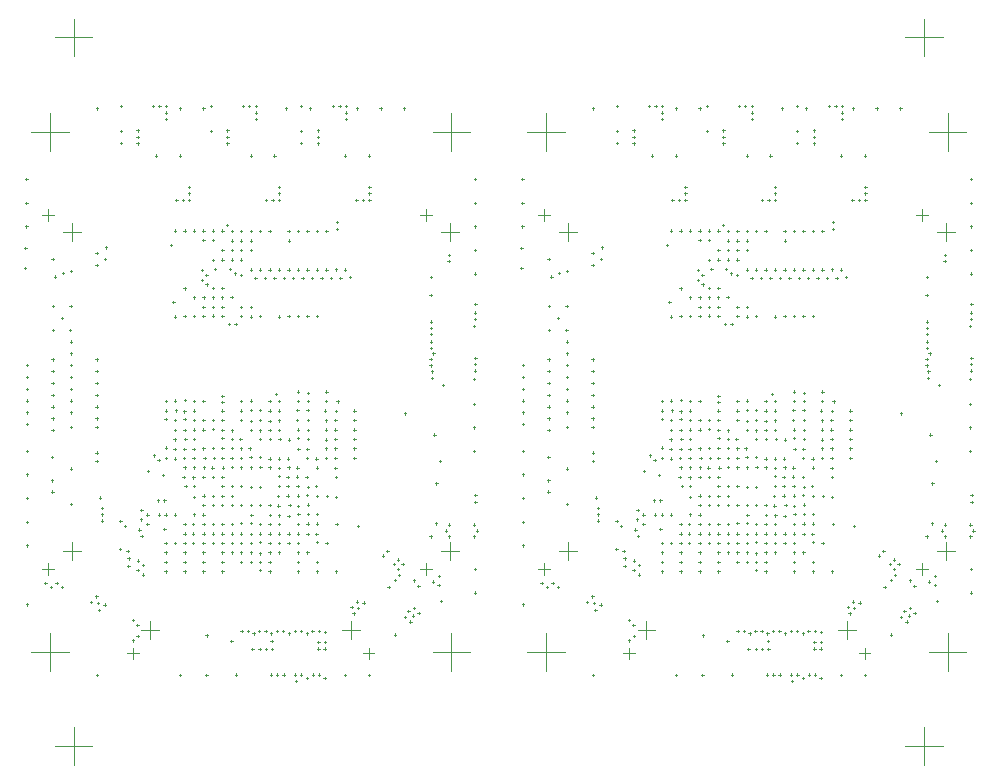
<source format=gbr>
G04*
G04 #@! TF.GenerationSoftware,Altium Limited,Altium Designer,22.4.2 (48)*
G04*
G04 Layer_Color=128*
%FSAX24Y24*%
%MOIN*%
G70*
G04*
G04 #@! TF.SameCoordinates,47D04AF3-0F83-4A2C-8685-F63127AC0FBC*
G04*
G04*
G04 #@! TF.FilePolarity,Positive*
G04*
G01*
G75*
%ADD68C,0.0020*%
D68*
X033622Y025591D02*
X034882D01*
X034252Y024961D02*
Y026220D01*
X033622Y001969D02*
X034882D01*
X034252Y001339D02*
Y002598D01*
X005276Y001969D02*
X006535D01*
X005906Y001339D02*
Y002598D01*
X005276Y025591D02*
X006535D01*
X005906Y024961D02*
Y026220D01*
X014862Y005846D02*
X015453D01*
X015157Y005551D02*
Y006142D01*
X015541Y005059D02*
X015935D01*
X015738Y004862D02*
Y005256D01*
X008169Y005846D02*
X008760D01*
X008465Y005551D02*
Y006142D01*
X007687Y005059D02*
X008081D01*
X007884Y004862D02*
Y005256D01*
X005551Y019094D02*
X006142D01*
X005846Y018799D02*
Y019390D01*
X004862Y019675D02*
X005256D01*
X005059Y019478D02*
Y019872D01*
X005551Y008465D02*
X006142D01*
X005846Y008169D02*
Y008760D01*
X004862Y007884D02*
X005256D01*
X005059Y007687D02*
Y008081D01*
X018150Y019094D02*
X018740D01*
X018445Y018799D02*
Y019390D01*
X017461Y019675D02*
X017854D01*
X017657Y019478D02*
Y019872D01*
X018150Y008465D02*
X018740D01*
X018445Y008169D02*
Y008760D01*
X017461Y007884D02*
X017854D01*
X017657Y007687D02*
Y008081D01*
X017874Y005118D02*
X019134D01*
X018504Y004488D02*
Y005748D01*
X004488Y005118D02*
X005748D01*
X005118Y004488D02*
Y005748D01*
X017874Y022441D02*
X019134D01*
X018504Y021811D02*
Y023071D01*
X004488Y022441D02*
X005748D01*
X005118Y021811D02*
Y023071D01*
X013287Y004144D02*
X013367D01*
X013327Y004104D02*
Y004184D01*
X019241Y016201D02*
X019322D01*
X019282Y016161D02*
Y016241D01*
X019241Y016420D02*
X019322D01*
X019282Y016380D02*
Y016460D01*
X019221Y015967D02*
X019301D01*
X019261Y015927D02*
Y016007D01*
X019243Y014698D02*
X019323D01*
X019283Y014658D02*
Y014738D01*
X019241Y014488D02*
X019322D01*
X019282Y014448D02*
Y014528D01*
X019222Y013376D02*
X019302D01*
X019262Y013336D02*
Y013416D01*
X019222Y012590D02*
X019302D01*
X019262Y012550D02*
Y012630D01*
X019222Y011801D02*
X019302D01*
X019262Y011761D02*
Y011841D01*
X011279Y004350D02*
X011359D01*
X011319Y004310D02*
Y004390D01*
X012440Y004350D02*
X012520D01*
X012480Y004310D02*
Y004390D01*
X013316Y010955D02*
X013396D01*
X013356Y010915D02*
Y010995D01*
X013636Y010941D02*
X013716D01*
X013676Y010901D02*
Y010981D01*
X013363Y011873D02*
X013443D01*
X013403Y011833D02*
Y011913D01*
X013976Y011250D02*
X014056D01*
X014016Y011210D02*
Y011290D01*
X013946Y010630D02*
X014026D01*
X013986Y010590D02*
Y010670D01*
X013676Y010616D02*
X013756D01*
X013716Y010576D02*
Y010656D01*
X012952Y023228D02*
X013032D01*
X012992Y023188D02*
Y023268D01*
X013740Y023228D02*
X013820D01*
X013780Y023188D02*
Y023268D01*
X016102Y023228D02*
X016182D01*
X016142Y023188D02*
Y023268D01*
X015314Y023228D02*
X015394D01*
X015354Y023188D02*
Y023268D01*
X015708Y021654D02*
X015788D01*
X015748Y021614D02*
Y021694D01*
X014921Y021654D02*
X015001D01*
X014961Y021614D02*
Y021694D01*
X012558Y021654D02*
X012638D01*
X012598Y021614D02*
Y021694D01*
X011771Y021654D02*
X011851D01*
X011811Y021614D02*
Y021694D01*
X009409Y021654D02*
X009489D01*
X009449Y021614D02*
Y021694D01*
X008621Y021654D02*
X008701D01*
X008661Y021614D02*
Y021694D01*
X010196Y023228D02*
X010276D01*
X010236Y023188D02*
Y023268D01*
X009409Y023228D02*
X009489D01*
X009449Y023188D02*
Y023268D01*
X006653Y004331D02*
X006733D01*
X006693Y004291D02*
Y004371D01*
X004320Y006693D02*
X004400D01*
X004360Y006653D02*
Y006733D01*
X004320Y008661D02*
X004400D01*
X004360Y008621D02*
Y008701D01*
X004320Y009449D02*
X004400D01*
X004360Y009409D02*
Y009489D01*
X004320Y010236D02*
X004400D01*
X004360Y010196D02*
Y010276D01*
X004320Y011024D02*
X004400D01*
X004360Y010984D02*
Y011064D01*
X005157Y011614D02*
X005237D01*
X005197Y011574D02*
Y011654D01*
X005157Y010827D02*
X005237D01*
X005197Y010787D02*
Y010867D01*
X004320Y011811D02*
X004400D01*
X004360Y011771D02*
Y011851D01*
X019251Y007874D02*
X019331D01*
X019291Y007834D02*
Y007914D01*
X019251Y007087D02*
X019331D01*
X019291Y007047D02*
Y007127D01*
X015708Y004331D02*
X015788D01*
X015748Y004291D02*
Y004371D01*
X014921Y004331D02*
X015001D01*
X014961Y004291D02*
Y004371D01*
X009409Y004331D02*
X009489D01*
X009449Y004291D02*
Y004371D01*
X019251Y017717D02*
X019331D01*
X019291Y017677D02*
Y017757D01*
X019251Y018504D02*
X019331D01*
X019291Y018464D02*
Y018544D01*
X019251Y019291D02*
X019331D01*
X019291Y019251D02*
Y019331D01*
X019251Y020079D02*
X019331D01*
X019291Y020039D02*
Y020119D01*
X019251Y020866D02*
X019331D01*
X019291Y020826D02*
Y020906D01*
X016889Y023228D02*
X016969D01*
X016929Y023188D02*
Y023268D01*
X006653Y023228D02*
X006733D01*
X006693Y023188D02*
Y023268D01*
X004291Y019291D02*
X004371D01*
X004331Y019251D02*
Y019331D01*
X004291Y020079D02*
X004371D01*
X004331Y020039D02*
Y020119D01*
X004291Y020866D02*
X004371D01*
X004331Y020826D02*
Y020906D01*
X011269Y016033D02*
X011349D01*
X011309Y015993D02*
Y016073D01*
X011044Y016032D02*
X011124D01*
X011084Y015992D02*
Y016072D01*
X010511Y016319D02*
X010591D01*
X010551Y016279D02*
Y016359D01*
X011131Y016939D02*
X011211D01*
X011171Y016899D02*
Y016979D01*
X013021Y011555D02*
X013101D01*
X013061Y011515D02*
Y011595D01*
X012076Y012215D02*
X012156D01*
X012116Y012175D02*
Y012255D01*
X017894Y012351D02*
X017974D01*
X017934Y012311D02*
Y012391D01*
X012608Y013711D02*
X012688D01*
X012648Y013671D02*
Y013751D01*
X016916Y013057D02*
X016996D01*
X016956Y013017D02*
Y013097D01*
X017775Y016119D02*
X017855D01*
X017815Y016079D02*
Y016159D01*
X017767Y016998D02*
X017847D01*
X017807Y016958D02*
Y017038D01*
X017776Y017600D02*
X017856D01*
X017816Y017560D02*
Y017640D01*
X013346Y013474D02*
X013426D01*
X013386Y013434D02*
Y013514D01*
X013661Y011870D02*
X013741D01*
X013701Y011830D02*
Y011910D01*
X013046Y012186D02*
X013126D01*
X013086Y012146D02*
Y012226D01*
X013680Y012205D02*
X013760D01*
X013720Y012165D02*
Y012245D01*
X013651Y011575D02*
X013731D01*
X013691Y011535D02*
Y011615D01*
X013964Y011553D02*
X014044D01*
X014004Y011513D02*
Y011593D01*
X012706Y012515D02*
X012786D01*
X012746Y012475D02*
Y012555D01*
X012719Y012826D02*
X012799D01*
X012759Y012786D02*
Y012866D01*
X014669Y013462D02*
X014749D01*
X014709Y013422D02*
Y013502D01*
X014594Y012832D02*
X014674D01*
X014634Y012792D02*
Y012872D01*
X014607Y013145D02*
X014687D01*
X014647Y013105D02*
Y013185D01*
X015226Y012832D02*
X015306D01*
X015266Y012792D02*
Y012872D01*
X014594Y012517D02*
X014674D01*
X014634Y012477D02*
Y012557D01*
X015226Y012517D02*
X015306D01*
X015266Y012477D02*
Y012557D01*
X017864Y015057D02*
X017944D01*
X017904Y015017D02*
Y015097D01*
X017767Y014871D02*
X017847D01*
X017807Y014831D02*
Y014911D01*
X017767Y014661D02*
X017847D01*
X017807Y014621D02*
Y014701D01*
X017772Y015246D02*
X017852D01*
X017812Y015206D02*
Y015286D01*
X017772Y015456D02*
X017852D01*
X017812Y015416D02*
Y015496D01*
X018188Y014006D02*
X018268D01*
X018228Y013966D02*
Y014046D01*
X018368Y018130D02*
X018448D01*
X018408Y018090D02*
Y018170D01*
X018377Y018340D02*
X018457D01*
X018417Y018300D02*
Y018380D01*
X015078Y017611D02*
X015158D01*
X015118Y017571D02*
Y017651D01*
X008343Y011139D02*
X008423D01*
X008383Y011099D02*
Y011179D01*
X008839Y010999D02*
X008919D01*
X008879Y010959D02*
Y011039D01*
X009566Y011260D02*
X009646D01*
X009606Y011220D02*
Y011300D01*
X009534Y010942D02*
X009614D01*
X009574Y010902D02*
Y010982D01*
X009864Y010928D02*
X009944D01*
X009904Y010888D02*
Y010968D01*
X009886Y009690D02*
X009966D01*
X009926Y009650D02*
Y009730D01*
X009881Y010279D02*
X009961D01*
X009921Y010239D02*
Y010319D01*
X008129Y009843D02*
X008209D01*
X008169Y009803D02*
Y009883D01*
X009602Y010630D02*
X009682D01*
X009642Y010590D02*
Y010670D01*
X009881Y011260D02*
X009961D01*
X009921Y011220D02*
Y011300D01*
X009865Y011565D02*
X009945D01*
X009905Y011525D02*
Y011605D01*
X010231Y011575D02*
X010311D01*
X010271Y011535D02*
Y011615D01*
X009113Y018664D02*
X009193D01*
X009153Y018624D02*
Y018704D01*
X009254Y013484D02*
X009334D01*
X009294Y013444D02*
Y013524D01*
X008939Y013463D02*
X009019D01*
X008979Y013423D02*
Y013503D01*
X009540Y011567D02*
X009620D01*
X009580Y011527D02*
Y011607D01*
X017028Y006475D02*
X017108D01*
X017068Y006435D02*
Y006515D01*
X017180Y006317D02*
X017260D01*
X017220Y006277D02*
Y006357D01*
X016581Y007503D02*
X016661D01*
X016621Y007463D02*
Y007543D01*
X008685Y010157D02*
X008765D01*
X008725Y010117D02*
Y010197D01*
X008698Y011516D02*
X008778D01*
X008738Y011476D02*
Y011556D01*
X008543Y011661D02*
X008623D01*
X008583Y011621D02*
Y011701D01*
X008946Y011565D02*
X009026D01*
X008986Y011525D02*
Y011605D01*
X008943Y011917D02*
X009023D01*
X008983Y011877D02*
Y011957D01*
X008895Y010157D02*
X008975D01*
X008935Y010117D02*
Y010197D01*
X009192Y016772D02*
X009272D01*
X009232Y016732D02*
Y016812D01*
X009254Y016289D02*
X009334D01*
X009294Y016249D02*
Y016329D01*
X011456Y016604D02*
X011536D01*
X011496Y016564D02*
Y016644D01*
X010510Y016925D02*
X010590D01*
X010550Y016885D02*
Y016965D01*
X010820Y016929D02*
X010900D01*
X010860Y016889D02*
Y016969D01*
X010826Y013648D02*
X010906D01*
X010866Y013608D02*
Y013688D01*
X010829Y013432D02*
X010909D01*
X010869Y013392D02*
Y013472D01*
X006633Y014862D02*
X006713D01*
X006673Y014822D02*
Y014902D01*
X006633Y014468D02*
X006713D01*
X006673Y014428D02*
Y014509D01*
X006633Y014075D02*
X006713D01*
X006673Y014035D02*
Y014115D01*
X006633Y013681D02*
X006713D01*
X006673Y013641D02*
Y013721D01*
X006633Y013287D02*
X006713D01*
X006673Y013247D02*
Y013327D01*
X006633Y012894D02*
X006713D01*
X006673Y012854D02*
Y012934D01*
X006631Y012608D02*
X006711D01*
X006671Y012568D02*
Y012648D01*
X006636Y011752D02*
X006716D01*
X006676Y011712D02*
Y011792D01*
X006636Y011469D02*
X006716D01*
X006676Y011429D02*
Y011509D01*
X012086Y007830D02*
X012166D01*
X012126Y007790D02*
Y007870D01*
X011771Y008110D02*
X011851D01*
X011811Y008070D02*
Y008150D01*
X008895Y009213D02*
X008975D01*
X008935Y009173D02*
Y009253D01*
X013675Y010020D02*
X013755D01*
X013715Y009980D02*
Y010060D01*
X013677Y009702D02*
X013757D01*
X013717Y009662D02*
Y009742D01*
X018080Y011476D02*
X018160D01*
X018120Y011436D02*
Y011516D01*
X014005Y022490D02*
X014085D01*
X014045Y022450D02*
Y022530D01*
X014005Y022274D02*
X014085D01*
X014045Y022234D02*
Y022314D01*
X014005Y022057D02*
X014085D01*
X014045Y022017D02*
Y022097D01*
X010993Y022490D02*
X011073D01*
X011033Y022450D02*
Y022530D01*
X010993Y022274D02*
X011073D01*
X011033Y022234D02*
Y022314D01*
X010993Y022057D02*
X011073D01*
X011033Y022017D02*
Y022097D01*
X008001Y022057D02*
X008081D01*
X008041Y022017D02*
Y022097D01*
X008001Y022274D02*
X008081D01*
X008041Y022234D02*
Y022314D01*
X008001Y022490D02*
X008081D01*
X008041Y022450D02*
Y022530D01*
X013454Y023307D02*
X013534D01*
X013494Y023267D02*
Y023347D01*
X007450Y023307D02*
X007530D01*
X007490Y023267D02*
Y023347D01*
X010442Y023307D02*
X010522D01*
X010482Y023267D02*
Y023347D01*
X005161Y010452D02*
X005241D01*
X005201Y010412D02*
Y010492D01*
X008178Y007687D02*
X008259D01*
X008219Y007647D02*
Y007727D01*
X008178Y008002D02*
X008259D01*
X008219Y007962D02*
Y008042D01*
X008001Y007844D02*
X008081D01*
X008041Y007804D02*
Y007884D01*
X008011Y008150D02*
X008091D01*
X008051Y008110D02*
Y008190D01*
X007696Y007982D02*
X007776D01*
X007736Y007942D02*
Y008022D01*
X007698Y008228D02*
X007778D01*
X007738Y008188D02*
Y008268D01*
X007423Y008536D02*
X007503D01*
X007463Y008496D02*
Y008576D01*
X007667Y008474D02*
X007747D01*
X007707Y008434D02*
Y008514D01*
X013454Y022470D02*
X013534D01*
X013494Y022430D02*
Y022510D01*
X013454Y022077D02*
X013534D01*
X013494Y022037D02*
Y022117D01*
X010442Y022470D02*
X010522D01*
X010482Y022430D02*
Y022510D01*
X007450Y022077D02*
X007530D01*
X007490Y022037D02*
Y022117D01*
X007450Y022470D02*
X007530D01*
X007490Y022430D02*
Y022510D01*
X011456Y011572D02*
X011536D01*
X011496Y011532D02*
Y011612D01*
X011456Y011260D02*
X011536D01*
X011496Y011220D02*
Y011300D01*
X012401Y011555D02*
X012481D01*
X012441Y011515D02*
Y011595D01*
X012716Y011555D02*
X012796D01*
X012756Y011515D02*
Y011595D01*
X012716Y011240D02*
X012796D01*
X012756Y011200D02*
Y011280D01*
X012096Y011270D02*
X012176D01*
X012136Y011230D02*
Y011310D01*
X008935Y009684D02*
X009015D01*
X008975Y009644D02*
Y009724D01*
X006633Y018012D02*
X006713D01*
X006673Y017972D02*
Y018052D01*
X006919Y018209D02*
X006999D01*
X006959Y018169D02*
Y018249D01*
X007581Y009313D02*
X007661D01*
X007621Y009273D02*
Y009353D01*
X014950Y023083D02*
X015030D01*
X014990Y023043D02*
Y023123D01*
X014950Y023297D02*
X015030D01*
X014990Y023257D02*
Y023337D01*
X014734Y023297D02*
X014814D01*
X014774Y023257D02*
Y023337D01*
X014517Y023297D02*
X014597D01*
X014557Y023257D02*
Y023337D01*
X014950Y022873D02*
X015030D01*
X014990Y022833D02*
Y022913D01*
X011938Y023083D02*
X012018D01*
X011978Y023043D02*
Y023123D01*
X011938Y023297D02*
X012018D01*
X011978Y023257D02*
Y023337D01*
X011722Y023297D02*
X011802D01*
X011762Y023257D02*
Y023337D01*
X011505Y023297D02*
X011585D01*
X011545Y023257D02*
Y023337D01*
X011938Y022873D02*
X012018D01*
X011978Y022833D02*
Y022913D01*
X008946Y023083D02*
X009026D01*
X008986Y023043D02*
Y023123D01*
X008946Y023297D02*
X009026D01*
X008986Y023257D02*
Y023337D01*
X008730Y023297D02*
X008810D01*
X008770Y023257D02*
Y023337D01*
X008513Y023297D02*
X008593D01*
X008553Y023257D02*
Y023337D01*
X008946Y022873D02*
X009026D01*
X008986Y022833D02*
Y022913D01*
X012086Y010600D02*
X012166D01*
X012126Y010560D02*
Y010640D01*
X011771Y010600D02*
X011851D01*
X011811Y010560D02*
Y010640D01*
X015728Y020392D02*
X015808D01*
X015768Y020352D02*
Y020432D01*
X015728Y020177D02*
X015808D01*
X015768Y020137D02*
Y020217D01*
X015511Y020177D02*
X015591D01*
X015551Y020137D02*
Y020217D01*
X015295Y020177D02*
X015375D01*
X015335Y020137D02*
Y020217D01*
X015728Y020602D02*
X015808D01*
X015768Y020562D02*
Y020642D01*
X012716Y020392D02*
X012796D01*
X012756Y020352D02*
Y020432D01*
X012716Y020177D02*
X012796D01*
X012756Y020137D02*
Y020217D01*
X012499Y020177D02*
X012579D01*
X012539Y020137D02*
Y020217D01*
X012283Y020177D02*
X012363D01*
X012323Y020137D02*
Y020217D01*
X012716Y020602D02*
X012796D01*
X012756Y020562D02*
Y020642D01*
X009724Y020602D02*
X009804D01*
X009764Y020562D02*
Y020642D01*
X009291Y020177D02*
X009371D01*
X009331Y020137D02*
Y020217D01*
X009507Y020177D02*
X009587D01*
X009547Y020137D02*
Y020217D01*
X009724Y020177D02*
X009804D01*
X009764Y020137D02*
Y020217D01*
X009724Y020392D02*
X009804D01*
X009764Y020352D02*
Y020432D01*
X013362Y009702D02*
X013442D01*
X013402Y009662D02*
Y009742D01*
X013346Y009964D02*
X013426D01*
X013386Y009924D02*
Y010004D01*
X013067Y010000D02*
X013147D01*
X013107Y009960D02*
Y010040D01*
X013346Y010320D02*
X013426D01*
X013386Y010280D02*
Y010360D01*
X012694Y009988D02*
X012774D01*
X012734Y009948D02*
Y010028D01*
X012680Y010315D02*
X012760D01*
X012720Y010275D02*
Y010355D01*
X013667Y009384D02*
X013747D01*
X013707Y009344D02*
Y009424D01*
X010493Y011255D02*
X010573D01*
X010533Y011215D02*
Y011295D01*
X010514Y010940D02*
X010594D01*
X010554Y010900D02*
Y010980D01*
X012716Y010981D02*
X012796D01*
X012756Y010941D02*
Y011021D01*
X011141Y011900D02*
X011221D01*
X011181Y011860D02*
Y011940D01*
X011136Y011565D02*
X011216D01*
X011176Y011525D02*
Y011605D01*
X011456Y010630D02*
X011536D01*
X011496Y010590D02*
Y010670D01*
X011141Y010315D02*
X011221D01*
X011181Y010275D02*
Y010355D01*
X011141Y010630D02*
X011221D01*
X011181Y010590D02*
Y010670D01*
X011141Y011280D02*
X011221D01*
X011181Y011240D02*
Y011320D01*
X010821Y010000D02*
X010901D01*
X010861Y009960D02*
Y010040D01*
X010826Y010315D02*
X010906D01*
X010866Y010275D02*
Y010355D01*
X011766Y011604D02*
X011846D01*
X011806Y011564D02*
Y011644D01*
X012088Y011609D02*
X012168D01*
X012127Y011569D02*
Y011649D01*
X011735Y011890D02*
X011815D01*
X011775Y011850D02*
Y011930D01*
X010196Y010945D02*
X010276D01*
X010236Y010905D02*
Y010985D01*
X010856Y011255D02*
X010936D01*
X010896Y011215D02*
Y011295D01*
X012421Y012215D02*
X012501D01*
X012461Y012175D02*
Y012255D01*
X013345Y012239D02*
X013425D01*
X013385Y012199D02*
Y012279D01*
X014281Y011890D02*
X014361D01*
X014321Y011850D02*
Y011930D01*
X014274Y012188D02*
X014354D01*
X014314Y012148D02*
Y012228D01*
X014596Y012205D02*
X014676D01*
X014636Y012165D02*
Y012245D01*
X014283Y012520D02*
X014363D01*
X014323Y012480D02*
Y012560D01*
X014255Y013150D02*
X014335D01*
X014295Y013110D02*
Y013190D01*
X011795Y009675D02*
X011875D01*
X011835Y009635D02*
Y009715D01*
X010196Y009685D02*
X010276D01*
X010236Y009645D02*
Y009725D01*
X012723Y009658D02*
X012803D01*
X012763Y009618D02*
Y009698D01*
X012411Y009665D02*
X012491D01*
X012451Y009625D02*
Y009705D01*
X013001Y010320D02*
X013081D01*
X013041Y010280D02*
Y010360D01*
X013031Y009649D02*
X013111D01*
X013071Y009609D02*
Y009689D01*
X012074Y010005D02*
X012154D01*
X012114Y009965D02*
Y010045D01*
X010201Y009369D02*
X010281D01*
X010241Y009329D02*
Y009409D01*
X009845Y009370D02*
X009925D01*
X009885Y009330D02*
Y009410D01*
X010511Y009370D02*
X010591D01*
X010551Y009330D02*
Y009410D01*
X009845Y009055D02*
X009925D01*
X009885Y009015D02*
Y009095D01*
X010511Y009055D02*
X010591D01*
X010551Y009015D02*
Y009095D01*
X010201Y010320D02*
X010281D01*
X010241Y010280D02*
Y010360D01*
X009251Y008740D02*
X009331D01*
X009291Y008700D02*
Y008780D01*
X009845Y008740D02*
X009925D01*
X009885Y008700D02*
Y008780D01*
X010511Y010000D02*
X010591D01*
X010551Y009960D02*
Y010040D01*
X010201Y009055D02*
X010281D01*
X010241Y009015D02*
Y009095D01*
X010826Y009055D02*
X010906D01*
X010866Y009015D02*
Y009095D01*
X010196Y008425D02*
X010276D01*
X010236Y008385D02*
Y008465D01*
X010196Y008740D02*
X010276D01*
X010236Y008700D02*
Y008780D01*
X009566Y009055D02*
X009646D01*
X009606Y009015D02*
Y009095D01*
X010547Y011575D02*
X010627D01*
X010587Y011535D02*
Y011615D01*
X010826Y010945D02*
X010906D01*
X010866Y010905D02*
Y010985D01*
X013327Y013164D02*
X013407D01*
X013367Y013124D02*
Y013204D01*
X013310Y012835D02*
X013390D01*
X013350Y012795D02*
Y012875D01*
X013683Y012840D02*
X013763D01*
X013723Y012800D02*
Y012880D01*
X013668Y013177D02*
X013748D01*
X013708Y013137D02*
Y013217D01*
X013671Y013740D02*
X013751D01*
X013711Y013700D02*
Y013780D01*
X014645Y019449D02*
X014725D01*
X014685Y019409D02*
Y019489D01*
X014645Y019213D02*
X014725D01*
X014685Y019173D02*
Y019253D01*
X011772Y013489D02*
X011852D01*
X011812Y013449D02*
Y013529D01*
X014281Y011565D02*
X014361D01*
X014321Y011525D02*
Y011605D01*
X017767Y008957D02*
X017847D01*
X017807Y008917D02*
Y008997D01*
X017944Y009392D02*
X018024D01*
X017984Y009352D02*
Y009432D01*
X017962Y010728D02*
X018042D01*
X018002Y010688D02*
Y010768D01*
X019221Y014203D02*
X019301D01*
X019261Y014163D02*
Y014243D01*
X019261Y014911D02*
X019341D01*
X019301Y014871D02*
Y014951D01*
X019261Y016703D02*
X019341D01*
X019301Y016663D02*
Y016743D01*
X011127Y005478D02*
X011207D01*
X011167Y005438D02*
Y005518D01*
X010295Y004331D02*
X010375D01*
X010335Y004291D02*
Y004371D01*
X011825Y005208D02*
X011905D01*
X011865Y005168D02*
Y005248D01*
X010302Y005657D02*
X010382D01*
X010342Y005617D02*
Y005697D01*
X005255Y017618D02*
X005335D01*
X005295Y017578D02*
Y017658D01*
X005169Y018209D02*
X005249D01*
X005209Y018169D02*
Y018249D01*
X018041Y007648D02*
X018121D01*
X018081Y007608D02*
Y007688D01*
X017843Y007451D02*
X017923D01*
X017883Y007411D02*
Y007491D01*
X018036Y007338D02*
X018116D01*
X018076Y007298D02*
Y007378D01*
X018119Y006811D02*
X018199D01*
X018159Y006771D02*
Y006851D01*
X016367Y007274D02*
X016447D01*
X016407Y007234D02*
Y007314D01*
X015201Y006395D02*
X015281D01*
X015241Y006355D02*
Y006435D01*
X005472Y016230D02*
X005552D01*
X005512Y016190D02*
Y016270D01*
X005757Y015846D02*
X005837D01*
X005797Y015806D02*
Y015886D01*
X005177Y015846D02*
X005257D01*
X005217Y015806D02*
Y015886D01*
X005177Y016634D02*
X005257D01*
X005217Y016594D02*
Y016674D01*
X005767Y016634D02*
X005847D01*
X005807Y016594D02*
Y016674D01*
X013346Y007795D02*
X013426D01*
X013386Y007755D02*
Y007835D01*
X008002Y005639D02*
X008082D01*
X008042Y005599D02*
Y005679D01*
X007854Y005491D02*
X007934D01*
X007894Y005451D02*
Y005531D01*
X005117Y007264D02*
X005197D01*
X005157Y007224D02*
Y007304D01*
X005482Y007264D02*
X005562D01*
X005522Y007224D02*
Y007304D01*
X004930Y007402D02*
X005010D01*
X004970Y007362D02*
Y007442D01*
X005302Y007402D02*
X005382D01*
X005342Y007362D02*
Y007442D01*
X007430Y009475D02*
X007510D01*
X007470Y009435D02*
Y009515D01*
X014238Y005438D02*
X014318D01*
X014278Y005398D02*
Y005478D01*
X014025Y005433D02*
X014105D01*
X014065Y005393D02*
Y005473D01*
X014025Y005217D02*
X014105D01*
X014065Y005177D02*
Y005257D01*
X014235Y005217D02*
X014315D01*
X014275Y005177D02*
Y005257D01*
X014245Y005776D02*
X014325D01*
X014285Y005736D02*
Y005816D01*
X012470Y005472D02*
X012550D01*
X012510Y005432D02*
Y005512D01*
X017214Y006575D02*
X017294D01*
X017254Y006535D02*
Y006615D01*
X016919Y006280D02*
X016999D01*
X016959Y006240D02*
Y006320D01*
X017096Y006122D02*
X017176D01*
X017136Y006082D02*
Y006162D01*
X017367Y006413D02*
X017447D01*
X017407Y006373D02*
Y006453D01*
X016584Y005689D02*
X016664D01*
X016624Y005649D02*
Y005729D01*
X016835Y008032D02*
X016915D01*
X016875Y007992D02*
Y008072D01*
X016689Y008183D02*
X016769D01*
X016729Y008143D02*
Y008223D01*
X016325Y008472D02*
X016405D01*
X016365Y008432D02*
Y008512D01*
X016722Y007667D02*
X016802D01*
X016762Y007627D02*
Y007707D01*
X016688Y007881D02*
X016768D01*
X016728Y007841D02*
Y007921D01*
X016540Y008034D02*
X016620D01*
X016580Y007994D02*
Y008074D01*
X016181Y008319D02*
X016261D01*
X016221Y008279D02*
Y008359D01*
X007852Y006167D02*
X007932D01*
X007892Y006127D02*
Y006207D01*
X007992Y006004D02*
X008072D01*
X008032Y005964D02*
Y006044D01*
X006673Y006732D02*
X006753D01*
X006713Y006692D02*
Y006772D01*
X006898Y006684D02*
X006978D01*
X006938Y006644D02*
Y006724D01*
X006722Y006508D02*
X006802D01*
X006762Y006468D02*
Y006548D01*
X006625Y006958D02*
X006705D01*
X006665Y006918D02*
Y006998D01*
X006448Y006782D02*
X006528D01*
X006488Y006742D02*
Y006822D01*
X010511Y008740D02*
X010591D01*
X010551Y008700D02*
Y008780D01*
X010826Y008110D02*
X010906D01*
X010866Y008070D02*
Y008150D01*
X010826Y007795D02*
X010906D01*
X010866Y007755D02*
Y007835D01*
X009566Y009370D02*
X009646D01*
X009606Y009330D02*
Y009410D01*
X013333Y010630D02*
X013413D01*
X013373Y010590D02*
Y010670D01*
X012999Y010631D02*
X013079D01*
X013039Y010591D02*
Y010671D01*
X013326Y011250D02*
X013406D01*
X013366Y011210D02*
Y011290D01*
X013031Y011260D02*
X013111D01*
X013071Y011220D02*
Y011300D01*
X013001Y010945D02*
X013081D01*
X013041Y010905D02*
Y010985D01*
X017211Y007490D02*
X017291D01*
X017251Y007450D02*
Y007530D01*
X017362Y007303D02*
X017442D01*
X017402Y007263D02*
Y007343D01*
X011445Y017665D02*
X011525D01*
X011485Y017625D02*
Y017705D01*
X011245Y017729D02*
X011325D01*
X011285Y017689D02*
Y017769D01*
X011771Y016614D02*
X011851D01*
X011811Y016574D02*
Y016654D01*
X012086Y008393D02*
X012166D01*
X012126Y008353D02*
Y008433D01*
X012084Y008768D02*
X012164D01*
X012124Y008728D02*
Y008808D01*
X011771Y009037D02*
X011851D01*
X011811Y008997D02*
Y009077D01*
X011456Y009400D02*
X011536D01*
X011496Y009360D02*
Y009440D01*
X011771Y009400D02*
X011851D01*
X011811Y009360D02*
Y009440D01*
X015354Y009311D02*
X015434D01*
X015394Y009271D02*
Y009351D01*
X010984Y019331D02*
X011064D01*
X011024Y019291D02*
Y019371D01*
X010826Y019154D02*
X010906D01*
X010866Y019114D02*
Y019194D01*
X010511Y018839D02*
X010591D01*
X010551Y018799D02*
Y018879D01*
X010196Y018831D02*
X010276D01*
X010236Y018791D02*
Y018871D01*
X010196Y019151D02*
X010276D01*
X010236Y019111D02*
Y019191D01*
X010511Y019154D02*
X010591D01*
X010551Y019114D02*
Y019194D01*
X009251Y019154D02*
X009331D01*
X009291Y019114D02*
Y019194D01*
X013683Y012516D02*
X013763D01*
X013723Y012476D02*
Y012556D01*
X009232Y011882D02*
X009312D01*
X009272Y011841D02*
Y011921D01*
X009562Y011877D02*
X009642D01*
X009602Y011837D02*
Y011917D01*
X009869Y011882D02*
X009949D01*
X009909Y011842D02*
Y011922D01*
X009576Y013504D02*
X009656D01*
X009616Y013464D02*
Y013544D01*
X009564Y013124D02*
X009644D01*
X009604Y013084D02*
Y013164D01*
X010219Y011258D02*
X010299D01*
X010259Y011218D02*
Y011298D01*
X009231Y012195D02*
X009311D01*
X009271Y012155D02*
Y012235D01*
X009593Y012197D02*
X009673D01*
X009633Y012157D02*
Y012237D01*
X011771Y012815D02*
X011851D01*
X011811Y012775D02*
Y012855D01*
X012086Y012844D02*
X012166D01*
X012126Y012804D02*
Y012884D01*
X011456Y012835D02*
X011536D01*
X011496Y012795D02*
Y012875D01*
X006810Y009485D02*
X006890D01*
X006850Y009445D02*
Y009525D01*
X006810Y009695D02*
X006890D01*
X006850Y009655D02*
Y009735D01*
X009251Y012844D02*
X009331D01*
X009291Y012804D02*
Y012884D01*
X009271Y013159D02*
X009351D01*
X009311Y013119D02*
Y013199D01*
X014281Y012825D02*
X014361D01*
X014321Y012785D02*
Y012865D01*
X014921Y017854D02*
X015001D01*
X014961Y017814D02*
Y017894D01*
X014763Y017579D02*
X014843D01*
X014803Y017539D02*
Y017619D01*
X014606Y017858D02*
X014686D01*
X014646Y017818D02*
Y017898D01*
X014448Y017579D02*
X014528D01*
X014488Y017539D02*
Y017619D01*
X014291Y017854D02*
X014371D01*
X014331Y017814D02*
Y017894D01*
X014131Y017578D02*
X014211D01*
X014171Y017538D02*
Y017618D01*
X013976Y017854D02*
X014056D01*
X014016Y017814D02*
Y017894D01*
X013818Y017579D02*
X013898D01*
X013858Y017539D02*
Y017619D01*
X013661Y017854D02*
X013741D01*
X013701Y017814D02*
Y017894D01*
X013503Y017579D02*
X013583D01*
X013543Y017539D02*
Y017619D01*
X013346Y017854D02*
X013426D01*
X013386Y017814D02*
Y017894D01*
X013189Y017578D02*
X013269D01*
X013229Y017538D02*
Y017618D01*
X013031Y017854D02*
X013111D01*
X013071Y017814D02*
Y017894D01*
X012873Y017579D02*
X012953D01*
X012913Y017539D02*
Y017619D01*
X012558Y017579D02*
X012638D01*
X012598Y017539D02*
Y017619D01*
X012716Y017854D02*
X012796D01*
X012756Y017814D02*
Y017894D01*
X012401Y017854D02*
X012481D01*
X012441Y017814D02*
Y017894D01*
X012243Y017579D02*
X012323D01*
X012283Y017539D02*
Y017619D01*
X012086Y017854D02*
X012166D01*
X012126Y017814D02*
Y017894D01*
X011929Y017578D02*
X012009D01*
X011969Y017538D02*
Y017618D01*
X018274Y009154D02*
X018354D01*
X018314Y009114D02*
Y009194D01*
X019323Y009154D02*
X019403D01*
X019363Y009114D02*
Y009194D01*
X019263Y010115D02*
X019343D01*
X019303Y010075D02*
Y010155D01*
X019264Y010344D02*
X019344D01*
X019304Y010304D02*
Y010384D01*
X019224Y009350D02*
X019304D01*
X019264Y009310D02*
Y009390D01*
X019224Y008957D02*
X019304D01*
X019264Y008917D02*
Y008997D01*
X018373Y009350D02*
X018453D01*
X018413Y009310D02*
Y009390D01*
X018373Y008957D02*
X018453D01*
X018413Y008917D02*
Y008997D01*
X015315Y006783D02*
X015395D01*
X015355Y006743D02*
Y006823D01*
X015136Y006604D02*
X015216D01*
X015176Y006564D02*
Y006644D01*
X015344Y006575D02*
X015424D01*
X015384Y006535D02*
Y006615D01*
X015531Y006752D02*
X015611D01*
X015571Y006712D02*
Y006792D01*
X004261Y018573D02*
X004341D01*
X004301Y018533D02*
Y018613D01*
X004257Y017913D02*
X004337D01*
X004297Y017873D02*
Y017953D01*
X005775Y017815D02*
X005855D01*
X005815Y017775D02*
Y017855D01*
X008060Y009189D02*
X008140D01*
X008100Y009149D02*
Y009229D01*
X008135Y008976D02*
X008215D01*
X008175Y008936D02*
Y009016D01*
X008326Y009380D02*
X008406D01*
X008366Y009340D02*
Y009420D01*
X008119Y009528D02*
X008199D01*
X008159Y009488D02*
Y009568D01*
X008326Y009685D02*
X008406D01*
X008366Y009645D02*
Y009725D01*
X006810Y009911D02*
X006890D01*
X006850Y009871D02*
Y009951D01*
X005779Y010030D02*
X005859D01*
X005819Y009990D02*
Y010070D01*
X005787Y011217D02*
X005867D01*
X005827Y011177D02*
Y011257D01*
X005511Y017744D02*
X005591D01*
X005551Y017704D02*
Y017784D01*
X005775Y013091D02*
X005855D01*
X005815Y013051D02*
Y013131D01*
X006753Y010256D02*
X006833D01*
X006793Y010216D02*
Y010296D01*
X008720Y009685D02*
X008800D01*
X008760Y009645D02*
Y009725D01*
X012401Y012815D02*
X012481D01*
X012441Y012775D02*
Y012855D01*
X011456Y011890D02*
X011536D01*
X011496Y011850D02*
Y011930D01*
X011427Y012205D02*
X011507D01*
X011467Y012165D02*
Y012245D01*
X011771Y013179D02*
X011851D01*
X011811Y013139D02*
Y013219D01*
X012736Y012205D02*
X012816D01*
X012776Y012165D02*
Y012245D01*
X012401Y012500D02*
X012481D01*
X012441Y012460D02*
Y012540D01*
X011781Y012500D02*
X011861D01*
X011821Y012460D02*
Y012540D01*
X012716Y009370D02*
X012796D01*
X012756Y009330D02*
Y009410D01*
X006948Y018593D02*
X007028D01*
X006988Y018553D02*
Y018633D01*
X006633Y018406D02*
X006713D01*
X006673Y018366D02*
Y018446D01*
X005775Y015453D02*
X005855D01*
X005815Y015413D02*
Y015493D01*
X005169Y014862D02*
X005249D01*
X005209Y014822D02*
Y014902D01*
X005789Y012599D02*
X005869D01*
X005829Y012559D02*
Y012639D01*
X013984Y009704D02*
X014064D01*
X014024Y009664D02*
Y009744D01*
X013346Y009380D02*
X013426D01*
X013386Y009340D02*
Y009420D01*
X013983Y009384D02*
X014063D01*
X014023Y009344D02*
Y009424D01*
X013346Y008110D02*
X013426D01*
X013386Y008070D02*
Y008150D01*
X013031Y008740D02*
X013111D01*
X013071Y008700D02*
Y008780D01*
X012086Y008110D02*
X012166D01*
X012126Y008070D02*
Y008150D01*
X012401Y008110D02*
X012481D01*
X012441Y008070D02*
Y008150D01*
X011456Y008110D02*
X011536D01*
X011496Y008070D02*
Y008150D01*
X011141Y008425D02*
X011221D01*
X011181Y008385D02*
Y008465D01*
X012083Y013169D02*
X012163D01*
X012124Y013129D02*
Y013209D01*
X012086Y012490D02*
X012166D01*
X012126Y012450D02*
Y012530D01*
X012401Y013150D02*
X012481D01*
X012441Y013110D02*
Y013190D01*
X011141Y012490D02*
X011221D01*
X011181Y012450D02*
Y012530D01*
X011141Y012205D02*
X011221D01*
X011181Y012165D02*
Y012245D01*
X012716Y016289D02*
X012796D01*
X012756Y016249D02*
Y016329D01*
X013041Y018819D02*
X013121D01*
X013081Y018779D02*
Y018859D01*
X011774Y019142D02*
X011854D01*
X011814Y019102D02*
Y019182D01*
X011774Y016289D02*
X011854D01*
X011814Y016249D02*
Y016329D01*
X010196Y010000D02*
X010276D01*
X010236Y009960D02*
Y010040D01*
X014596Y011575D02*
X014676D01*
X014636Y011535D02*
Y011615D01*
X013346Y012520D02*
X013426D01*
X013386Y012480D02*
Y012560D01*
X014596Y011890D02*
X014676D01*
X014636Y011850D02*
Y011930D01*
X011771Y017854D02*
X011851D01*
X011811Y017814D02*
Y017894D01*
X010826Y012500D02*
X010906D01*
X010866Y012460D02*
Y012540D01*
X010830Y012232D02*
X010910D01*
X010870Y012192D02*
Y012272D01*
X010826Y018189D02*
X010906D01*
X010866Y018149D02*
Y018229D01*
X011141Y018189D02*
X011221D01*
X011181Y018149D02*
Y018229D01*
X008943Y013153D02*
X009023D01*
X008983Y013113D02*
Y013193D01*
X010301Y017362D02*
X010381D01*
X010341Y017322D02*
Y017402D01*
X010155Y017515D02*
X010235D01*
X010195Y017475D02*
Y017555D01*
X010826Y012835D02*
X010906D01*
X010866Y012795D02*
Y012875D01*
X010511Y017244D02*
X010591D01*
X010551Y017204D02*
Y017284D01*
X009881Y013465D02*
X009961D01*
X009921Y013425D02*
Y013505D01*
X010826Y011900D02*
X010906D01*
X010866Y011860D02*
Y011940D01*
X011456Y013465D02*
X011536D01*
X011496Y013425D02*
Y013505D01*
X010196Y013465D02*
X010276D01*
X010236Y013425D02*
Y013505D01*
X010511Y011900D02*
X010591D01*
X010551Y011860D02*
Y011940D01*
X011456Y013150D02*
X011536D01*
X011496Y013110D02*
Y013190D01*
X010511Y012835D02*
X010591D01*
X010551Y012795D02*
Y012875D01*
X010826Y013150D02*
X010906D01*
X010866Y013110D02*
Y013190D01*
X011072Y017864D02*
X011152D01*
X011112Y017824D02*
Y017904D01*
X011141Y018819D02*
X011221D01*
X011181Y018779D02*
Y018859D01*
X010196Y012520D02*
X010276D01*
X010236Y012480D02*
Y012560D01*
X010590Y017864D02*
X010670D01*
X010630Y017824D02*
Y017904D01*
X011456Y018189D02*
X011536D01*
X011496Y018149D02*
Y018229D01*
X009566Y012864D02*
X009646D01*
X009606Y012824D02*
Y012904D01*
X010826Y016614D02*
X010906D01*
X010866Y016574D02*
Y016654D01*
X010196Y012835D02*
X010276D01*
X010236Y012795D02*
Y012875D01*
X009881Y012520D02*
X009961D01*
X009921Y012480D02*
Y012560D01*
X010826Y017244D02*
X010906D01*
X010866Y017204D02*
Y017284D01*
X009881Y012835D02*
X009961D01*
X009921Y012795D02*
Y012875D01*
X010511Y018179D02*
X010591D01*
X010551Y018139D02*
Y018219D01*
X009881Y010630D02*
X009961D01*
X009921Y010590D02*
Y010670D01*
X011771Y018504D02*
X011851D01*
X011811Y018464D02*
Y018544D01*
X010295Y017677D02*
X010375D01*
X010335Y017637D02*
Y017717D01*
X011781Y018819D02*
X011861D01*
X011821Y018779D02*
Y018859D01*
X010147Y017835D02*
X010227D01*
X010187Y017795D02*
Y017875D01*
X011141Y018504D02*
X011221D01*
X011181Y018464D02*
Y018544D01*
X009251Y012510D02*
X009331D01*
X009291Y012470D02*
Y012550D01*
X010826Y018504D02*
X010906D01*
X010866Y018464D02*
Y018544D01*
X009251Y011555D02*
X009331D01*
X009291Y011515D02*
Y011595D01*
X009881Y012205D02*
X009961D01*
X009921Y012165D02*
Y012245D01*
X014320Y010315D02*
X014400D01*
X014360Y010275D02*
Y010355D01*
X014606Y010279D02*
X014686D01*
X014646Y010239D02*
Y010319D01*
X012402Y013469D02*
X012482D01*
X012442Y013429D02*
Y013509D01*
X013346Y013789D02*
X013426D01*
X013386Y013749D02*
Y013829D01*
X013681Y013465D02*
X013761D01*
X013721Y013425D02*
Y013505D01*
X015226Y013150D02*
X015306D01*
X015266Y013110D02*
Y013190D01*
X012716Y013465D02*
X012796D01*
X012756Y013425D02*
Y013505D01*
X014281Y013474D02*
X014361D01*
X014321Y013434D02*
Y013514D01*
X014596Y011240D02*
X014676D01*
X014636Y011200D02*
Y011280D01*
X012716Y013150D02*
X012796D01*
X012756Y013110D02*
Y013190D01*
X014291Y013784D02*
X014371D01*
X014331Y013744D02*
Y013824D01*
X015226Y011575D02*
X015306D01*
X015266Y011535D02*
Y011615D01*
X015226Y012205D02*
X015306D01*
X015266Y012165D02*
Y012245D01*
X015226Y011890D02*
X015306D01*
X015266Y011850D02*
Y011930D01*
X013651Y010335D02*
X013731D01*
X013691Y010295D02*
Y010375D01*
X012056Y005815D02*
X012136D01*
X012096Y005775D02*
Y005855D01*
X012266Y005815D02*
X012346D01*
X012306Y005775D02*
Y005855D01*
X012647Y005815D02*
X012727D01*
X012687Y005775D02*
Y005855D01*
X012857Y005815D02*
X012937D01*
X012897Y005775D02*
Y005855D01*
X013238Y005815D02*
X013318D01*
X013278Y005775D02*
Y005855D01*
X013448Y005815D02*
X013528D01*
X013488Y005775D02*
Y005855D01*
X013828Y005815D02*
X013908D01*
X013868Y005775D02*
Y005855D01*
X014038Y005815D02*
X014118D01*
X014078Y005775D02*
Y005855D01*
X010826Y008740D02*
X010906D01*
X010866Y008700D02*
Y008780D01*
X012069Y005211D02*
X012149D01*
X012109Y005171D02*
Y005251D01*
X010826Y008425D02*
X010906D01*
X010866Y008385D02*
Y008465D01*
X012279Y005211D02*
X012359D01*
X012319Y005171D02*
Y005251D01*
X009566Y008740D02*
X009646D01*
X009606Y008700D02*
Y008780D01*
X012657Y004350D02*
X012737D01*
X012697Y004310D02*
Y004390D01*
X009566Y008425D02*
X009646D01*
X009606Y008385D02*
Y008465D01*
X012867Y004350D02*
X012947D01*
X012907Y004310D02*
Y004390D01*
X008936Y008740D02*
X009016D01*
X008976Y008700D02*
Y008780D01*
X013247Y004350D02*
X013327D01*
X013287Y004310D02*
Y004390D01*
X008936Y008425D02*
X009016D01*
X008976Y008385D02*
Y008465D01*
X013457Y004350D02*
X013537D01*
X013497Y004310D02*
Y004390D01*
X013838Y004350D02*
X013918D01*
X013878Y004310D02*
Y004390D01*
X014048Y004350D02*
X014128D01*
X014088Y004310D02*
Y004390D01*
X011466Y005815D02*
X011546D01*
X011506Y005775D02*
Y005855D01*
X011676Y005815D02*
X011756D01*
X011716Y005775D02*
Y005855D01*
X013031Y016299D02*
X013111D01*
X013071Y016259D02*
Y016339D01*
X013661Y019134D02*
X013741D01*
X013701Y019094D02*
Y019174D01*
X013031Y019134D02*
X013111D01*
X013071Y019094D02*
Y019174D01*
X014291Y019134D02*
X014371D01*
X014331Y019094D02*
Y019174D01*
X013976Y016299D02*
X014056D01*
X014016Y016259D02*
Y016339D01*
X014606Y010945D02*
X014686D01*
X014646Y010905D02*
Y010985D01*
X014606Y007795D02*
X014686D01*
X014646Y007755D02*
Y007835D01*
X014300Y008746D02*
X014380D01*
X014340Y008706D02*
Y008786D01*
X014232Y004242D02*
X014312D01*
X014272Y004202D02*
Y004282D01*
X013638Y005725D02*
X013718D01*
X013678Y005685D02*
Y005765D01*
X013641Y004242D02*
X013721D01*
X013681Y004202D02*
Y004282D01*
X012716Y009055D02*
X012796D01*
X012756Y009015D02*
Y009095D01*
X012456Y005725D02*
X012536D01*
X012496Y005685D02*
Y005765D01*
X013047Y005725D02*
X013127D01*
X013087Y005685D02*
Y005765D01*
X012489Y005215D02*
X012569D01*
X012529Y005175D02*
Y005255D01*
X012086Y019144D02*
X012166D01*
X012126Y019104D02*
Y019184D01*
X011456Y018819D02*
X011536D01*
X011496Y018779D02*
Y018859D01*
X011141Y019144D02*
X011221D01*
X011181Y019104D02*
Y019184D01*
X010199Y016925D02*
X010279D01*
X010239Y016885D02*
Y016965D01*
X011456Y016299D02*
X011536D01*
X011496Y016259D02*
Y016339D01*
X010511Y016614D02*
X010591D01*
X010551Y016574D02*
Y016654D01*
X010511Y012549D02*
X010591D01*
X010551Y012509D02*
Y012589D01*
X010196Y016299D02*
X010276D01*
X010236Y016259D02*
Y016339D01*
X009566Y019154D02*
X009646D01*
X009606Y019114D02*
Y019194D01*
X009566Y016299D02*
X009646D01*
X009606Y016259D02*
Y016339D01*
X009566Y017224D02*
X009646D01*
X009606Y017184D02*
Y017264D01*
X009566Y012510D02*
X009646D01*
X009606Y012470D02*
Y012550D01*
X005775Y014665D02*
X005855D01*
X005815Y014625D02*
Y014705D01*
X004318Y014665D02*
X004398D01*
X004358Y014625D02*
Y014705D01*
X005169Y013681D02*
X005249D01*
X005209Y013641D02*
Y013721D01*
X004318Y012697D02*
X004398D01*
X004358Y012657D02*
Y012737D01*
X011771Y011260D02*
X011851D01*
X011811Y011220D02*
Y011300D01*
X012401Y011260D02*
X012481D01*
X012441Y011220D02*
Y011300D01*
X012401Y010000D02*
X012481D01*
X012441Y009960D02*
Y010040D01*
X011771Y010000D02*
X011851D01*
X011811Y009960D02*
Y010040D01*
X010826Y011575D02*
X010906D01*
X010866Y011535D02*
Y011615D01*
X011141Y010000D02*
X011221D01*
X011181Y009960D02*
Y010040D01*
X011141Y009370D02*
X011221D01*
X011181Y009330D02*
Y009410D01*
X010826Y009370D02*
X010906D01*
X010866Y009330D02*
Y009410D01*
X011771Y008740D02*
X011851D01*
X011811Y008700D02*
Y008780D01*
X011866Y005725D02*
X011946D01*
X011906Y005685D02*
Y005765D01*
X011141Y009055D02*
X011221D01*
X011181Y009015D02*
Y009095D01*
X011141Y008740D02*
X011221D01*
X011181Y008700D02*
Y008780D01*
X011456Y008425D02*
X011536D01*
X011496Y008385D02*
Y008465D01*
X009251Y009685D02*
X009331D01*
X009291Y009645D02*
Y009725D01*
X010196Y008110D02*
X010276D01*
X010236Y008070D02*
Y008150D01*
X009566Y008110D02*
X009646D01*
X009606Y008070D02*
Y008150D01*
X008936Y007795D02*
X009016D01*
X008976Y007755D02*
Y007835D01*
X004318Y013878D02*
X004398D01*
X004358Y013838D02*
Y013918D01*
X013976Y008776D02*
X014056D01*
X014016Y008736D02*
Y008816D01*
X013959Y009047D02*
X014039D01*
X013999Y009007D02*
Y009087D01*
X013346Y009055D02*
X013426D01*
X013386Y009015D02*
Y009095D01*
X013665Y009031D02*
X013745D01*
X013705Y008991D02*
Y009071D01*
X017775Y015699D02*
X017855D01*
X017815Y015659D02*
Y015739D01*
X017775Y015909D02*
X017855D01*
X017815Y015869D02*
Y015949D01*
X017806Y014249D02*
X017886D01*
X017846Y014209D02*
Y014289D01*
X017824Y014459D02*
X017904D01*
X017864Y014419D02*
Y014499D01*
X004318Y014272D02*
X004398D01*
X004358Y014232D02*
Y014312D01*
X013346Y016299D02*
X013426D01*
X013386Y016259D02*
Y016339D01*
X013976Y019134D02*
X014056D01*
X014016Y019094D02*
Y019174D01*
X013346Y019134D02*
X013426D01*
X013386Y019094D02*
Y019174D01*
X013986Y010315D02*
X014066D01*
X014026Y010275D02*
Y010355D01*
X013661Y016299D02*
X013741D01*
X013701Y016259D02*
Y016339D01*
X012401Y019134D02*
X012481D01*
X012441Y019094D02*
Y019174D01*
X011456Y019144D02*
X011536D01*
X011496Y019104D02*
Y019184D01*
X011456Y018504D02*
X011536D01*
X011496Y018464D02*
Y018544D01*
X009881Y019154D02*
X009961D01*
X009921Y019114D02*
Y019194D01*
X009881Y016929D02*
X009961D01*
X009921Y016889D02*
Y016969D01*
X012086Y016299D02*
X012166D01*
X012126Y016259D02*
Y016339D01*
X010196Y016614D02*
X010276D01*
X010236Y016574D02*
Y016654D01*
X010826Y016299D02*
X010906D01*
X010866Y016259D02*
Y016339D01*
X010196Y011890D02*
X010276D01*
X010236Y011850D02*
Y011930D01*
X009881Y013150D02*
X009961D01*
X009921Y013110D02*
Y013190D01*
X009881Y016299D02*
X009961D01*
X009921Y016259D02*
Y016339D01*
X008936Y012864D02*
X009016D01*
X008976Y012824D02*
Y012904D01*
X009566Y007795D02*
X009646D01*
X009606Y007755D02*
Y007835D01*
X010196Y007795D02*
X010276D01*
X010236Y007755D02*
Y007835D01*
X008936Y008110D02*
X009016D01*
X008976Y008070D02*
Y008150D01*
X011456Y010000D02*
X011536D01*
X011496Y009960D02*
Y010040D01*
X010826Y010630D02*
X010906D01*
X010866Y010590D02*
Y010670D01*
X012716Y010630D02*
X012796D01*
X012756Y010590D02*
Y010670D01*
X010511Y010315D02*
X010591D01*
X010551Y010275D02*
Y010355D01*
X012086Y009370D02*
X012166D01*
X012126Y009330D02*
Y009410D01*
X012401Y008425D02*
X012481D01*
X012441Y008385D02*
Y008465D01*
X013346Y008740D02*
X013426D01*
X013386Y008700D02*
Y008780D01*
X013976Y007795D02*
X014056D01*
X014016Y007755D02*
Y007835D01*
X014635Y009380D02*
X014715D01*
X014675Y009340D02*
Y009420D01*
X005169Y012500D02*
X005249D01*
X005209Y012460D02*
Y012540D01*
X005169Y014468D02*
X005249D01*
X005209Y014428D02*
Y014509D01*
X005775Y013484D02*
X005855D01*
X005815Y013444D02*
Y013524D01*
X005775Y013878D02*
X005855D01*
X005815Y013838D02*
Y013918D01*
X005775Y014272D02*
X005855D01*
X005815Y014232D02*
Y014312D01*
X005775Y015059D02*
X005855D01*
X005815Y015019D02*
Y015099D01*
X005169Y012894D02*
X005249D01*
X005209Y012854D02*
Y012934D01*
X005169Y013287D02*
X005249D01*
X005209Y013247D02*
Y013327D01*
X004318Y013091D02*
X004398D01*
X004358Y013051D02*
Y013131D01*
X004318Y013484D02*
X004398D01*
X004358Y013444D02*
Y013524D01*
X005169Y014075D02*
X005249D01*
X005209Y014035D02*
Y014115D01*
X013346Y008425D02*
X013426D01*
X013386Y008385D02*
Y008465D01*
X013661Y008425D02*
X013741D01*
X013701Y008385D02*
Y008465D01*
X013976Y008110D02*
X014056D01*
X014016Y008070D02*
Y008150D01*
X012716Y008425D02*
X012796D01*
X012756Y008385D02*
Y008465D01*
X012716Y008740D02*
X012796D01*
X012756Y008700D02*
Y008780D01*
X013031Y009055D02*
X013111D01*
X013071Y009015D02*
Y009095D01*
X012401Y008740D02*
X012481D01*
X012441Y008700D02*
Y008780D01*
X012401Y009055D02*
X012481D01*
X012441Y009015D02*
Y009095D01*
X012401Y009370D02*
X012481D01*
X012441Y009330D02*
Y009410D01*
X012086Y009055D02*
X012166D01*
X012126Y009015D02*
Y009095D01*
X011456Y009055D02*
X011536D01*
X011496Y009015D02*
Y009095D01*
X011456Y008740D02*
X011536D01*
X011496Y008700D02*
Y008780D01*
X011771Y008425D02*
X011851D01*
X011811Y008385D02*
Y008465D01*
X012401Y007795D02*
X012481D01*
X012441Y007755D02*
Y007835D01*
X031398Y005846D02*
X031988D01*
X031693Y005551D02*
Y006142D01*
X032077Y005059D02*
X032470D01*
X032274Y004862D02*
Y005256D01*
X024705Y005846D02*
X025295D01*
X025000Y005551D02*
Y006142D01*
X024222Y005059D02*
X024616D01*
X024419Y004862D02*
Y005256D01*
X022087Y019094D02*
X022677D01*
X022382Y018799D02*
Y019390D01*
X021398Y019675D02*
X021791D01*
X021594Y019478D02*
Y019872D01*
X022087Y008465D02*
X022677D01*
X022382Y008169D02*
Y008760D01*
X021398Y007884D02*
X021791D01*
X021594Y007687D02*
Y008081D01*
X034685Y019094D02*
X035276D01*
X034980Y018799D02*
Y019390D01*
X033996Y019675D02*
X034390D01*
X034193Y019478D02*
Y019872D01*
X034685Y008465D02*
X035276D01*
X034980Y008169D02*
Y008760D01*
X033996Y007884D02*
X034390D01*
X034193Y007687D02*
Y008081D01*
X034409Y005118D02*
X035669D01*
X035039Y004488D02*
Y005748D01*
X021024Y005118D02*
X022283D01*
X021654Y004488D02*
Y005748D01*
X034409Y022441D02*
X035669D01*
X035039Y021811D02*
Y023071D01*
X021024Y022441D02*
X022283D01*
X021654Y021811D02*
Y023071D01*
X029822Y004144D02*
X029902D01*
X029862Y004104D02*
Y004184D01*
X035777Y016201D02*
X035857D01*
X035817Y016161D02*
Y016241D01*
X035777Y016420D02*
X035857D01*
X035817Y016380D02*
Y016460D01*
X035757Y015967D02*
X035837D01*
X035797Y015927D02*
Y016007D01*
X035778Y014698D02*
X035858D01*
X035818Y014658D02*
Y014738D01*
X035777Y014488D02*
X035857D01*
X035817Y014448D02*
Y014528D01*
X035757Y013376D02*
X035837D01*
X035797Y013336D02*
Y013416D01*
X035757Y012590D02*
X035837D01*
X035797Y012550D02*
Y012630D01*
X035757Y011801D02*
X035837D01*
X035797Y011761D02*
Y011841D01*
X027814Y004350D02*
X027894D01*
X027854Y004310D02*
Y004390D01*
X028976Y004350D02*
X029056D01*
X029016Y004310D02*
Y004390D01*
X029852Y010955D02*
X029932D01*
X029892Y010915D02*
Y010995D01*
X030171Y010941D02*
X030251D01*
X030211Y010901D02*
Y010981D01*
X029899Y011873D02*
X029979D01*
X029939Y011833D02*
Y011913D01*
X030511Y011250D02*
X030591D01*
X030551Y011210D02*
Y011290D01*
X030482Y010630D02*
X030562D01*
X030522Y010590D02*
Y010670D01*
X030212Y010616D02*
X030292D01*
X030252Y010576D02*
Y010656D01*
X029488Y023228D02*
X029568D01*
X029528Y023188D02*
Y023268D01*
X030275Y023228D02*
X030355D01*
X030315Y023188D02*
Y023268D01*
X032637Y023228D02*
X032717D01*
X032677Y023188D02*
Y023268D01*
X031850Y023228D02*
X031930D01*
X031890Y023188D02*
Y023268D01*
X032243Y021654D02*
X032323D01*
X032283Y021614D02*
Y021694D01*
X031456Y021654D02*
X031536D01*
X031496Y021614D02*
Y021694D01*
X029094Y021654D02*
X029174D01*
X029134Y021614D02*
Y021694D01*
X028306Y021654D02*
X028386D01*
X028346Y021614D02*
Y021694D01*
X025944Y021654D02*
X026024D01*
X025984Y021614D02*
Y021694D01*
X025157Y021654D02*
X025237D01*
X025197Y021614D02*
Y021694D01*
X026732Y023228D02*
X026812D01*
X026772Y023188D02*
Y023268D01*
X025944Y023228D02*
X026024D01*
X025984Y023188D02*
Y023268D01*
X023188Y004331D02*
X023268D01*
X023228Y004291D02*
Y004371D01*
X020856Y006693D02*
X020936D01*
X020896Y006653D02*
Y006733D01*
X020856Y008661D02*
X020936D01*
X020896Y008621D02*
Y008701D01*
X020856Y009449D02*
X020936D01*
X020896Y009409D02*
Y009489D01*
X020856Y010236D02*
X020936D01*
X020896Y010196D02*
Y010276D01*
X020856Y011024D02*
X020936D01*
X020896Y010984D02*
Y011064D01*
X021692Y011614D02*
X021772D01*
X021732Y011574D02*
Y011654D01*
X021692Y010827D02*
X021772D01*
X021732Y010787D02*
Y010867D01*
X020856Y011811D02*
X020936D01*
X020896Y011771D02*
Y011851D01*
X035787Y007874D02*
X035867D01*
X035827Y007834D02*
Y007914D01*
X035787Y007087D02*
X035867D01*
X035827Y007047D02*
Y007127D01*
X032243Y004331D02*
X032323D01*
X032283Y004291D02*
Y004371D01*
X031456Y004331D02*
X031536D01*
X031496Y004291D02*
Y004371D01*
X025944Y004331D02*
X026024D01*
X025984Y004291D02*
Y004371D01*
X035787Y017717D02*
X035867D01*
X035827Y017677D02*
Y017757D01*
X035787Y018504D02*
X035867D01*
X035827Y018464D02*
Y018544D01*
X035787Y019291D02*
X035867D01*
X035827Y019251D02*
Y019331D01*
X035787Y020079D02*
X035867D01*
X035827Y020039D02*
Y020119D01*
X035787Y020866D02*
X035867D01*
X035827Y020826D02*
Y020906D01*
X033425Y023228D02*
X033505D01*
X033465Y023188D02*
Y023268D01*
X023188Y023228D02*
X023268D01*
X023228Y023188D02*
Y023268D01*
X020826Y019291D02*
X020906D01*
X020866Y019251D02*
Y019331D01*
X020826Y020079D02*
X020906D01*
X020866Y020039D02*
Y020119D01*
X020826Y020866D02*
X020906D01*
X020866Y020826D02*
Y020906D01*
X027804Y016033D02*
X027884D01*
X027844Y015993D02*
Y016073D01*
X027579Y016032D02*
X027659D01*
X027619Y015992D02*
Y016072D01*
X027047Y016319D02*
X027127D01*
X027087Y016279D02*
Y016359D01*
X027667Y016939D02*
X027747D01*
X027707Y016899D02*
Y016979D01*
X029556Y011555D02*
X029636D01*
X029596Y011515D02*
Y011595D01*
X028612Y012215D02*
X028692D01*
X028652Y012175D02*
Y012255D01*
X034430Y012351D02*
X034510D01*
X034470Y012311D02*
Y012391D01*
X029143Y013711D02*
X029223D01*
X029183Y013671D02*
Y013751D01*
X033452Y013057D02*
X033532D01*
X033492Y013017D02*
Y013097D01*
X034310Y016119D02*
X034390D01*
X034350Y016079D02*
Y016159D01*
X034303Y016998D02*
X034383D01*
X034343Y016958D02*
Y017038D01*
X034312Y017600D02*
X034392D01*
X034352Y017560D02*
Y017640D01*
X029881Y013474D02*
X029961D01*
X029921Y013434D02*
Y013514D01*
X030196Y011870D02*
X030276D01*
X030236Y011830D02*
Y011910D01*
X029581Y012186D02*
X029661D01*
X029621Y012146D02*
Y012226D01*
X030216Y012205D02*
X030296D01*
X030256Y012165D02*
Y012245D01*
X030186Y011575D02*
X030266D01*
X030226Y011535D02*
Y011615D01*
X030499Y011553D02*
X030579D01*
X030539Y011513D02*
Y011593D01*
X029241Y012515D02*
X029321D01*
X029281Y012475D02*
Y012555D01*
X029254Y012826D02*
X029334D01*
X029294Y012786D02*
Y012866D01*
X031204Y013462D02*
X031284D01*
X031244Y013422D02*
Y013502D01*
X031129Y012832D02*
X031209D01*
X031169Y012792D02*
Y012872D01*
X031142Y013145D02*
X031222D01*
X031182Y013105D02*
Y013185D01*
X031761Y012832D02*
X031841D01*
X031801Y012792D02*
Y012872D01*
X031130Y012517D02*
X031210D01*
X031170Y012477D02*
Y012557D01*
X031761Y012517D02*
X031841D01*
X031801Y012477D02*
Y012557D01*
X034399Y015057D02*
X034479D01*
X034439Y015017D02*
Y015097D01*
X034303Y014871D02*
X034383D01*
X034343Y014831D02*
Y014911D01*
X034303Y014661D02*
X034383D01*
X034343Y014621D02*
Y014701D01*
X034307Y015246D02*
X034387D01*
X034347Y015206D02*
Y015286D01*
X034307Y015456D02*
X034387D01*
X034347Y015416D02*
Y015496D01*
X034724Y014006D02*
X034804D01*
X034764Y013966D02*
Y014046D01*
X034903Y018130D02*
X034983D01*
X034943Y018090D02*
Y018170D01*
X034913Y018340D02*
X034993D01*
X034953Y018300D02*
Y018380D01*
X031614Y017611D02*
X031694D01*
X031654Y017571D02*
Y017651D01*
X024878Y011139D02*
X024958D01*
X024918Y011099D02*
Y011179D01*
X025374Y010999D02*
X025454D01*
X025414Y010959D02*
Y011039D01*
X026102Y011260D02*
X026182D01*
X026142Y011220D02*
Y011300D01*
X026069Y010942D02*
X026149D01*
X026109Y010902D02*
Y010982D01*
X026400Y010928D02*
X026480D01*
X026440Y010888D02*
Y010968D01*
X026422Y009690D02*
X026502D01*
X026462Y009650D02*
Y009730D01*
X026417Y010279D02*
X026497D01*
X026457Y010239D02*
Y010319D01*
X024665Y009843D02*
X024745D01*
X024705Y009803D02*
Y009883D01*
X026138Y010630D02*
X026218D01*
X026178Y010590D02*
Y010670D01*
X026417Y011260D02*
X026497D01*
X026457Y011220D02*
Y011300D01*
X026400Y011565D02*
X026480D01*
X026440Y011525D02*
Y011605D01*
X026766Y011575D02*
X026846D01*
X026806Y011535D02*
Y011615D01*
X025649Y018664D02*
X025729D01*
X025689Y018624D02*
Y018704D01*
X025789Y013484D02*
X025869D01*
X025829Y013444D02*
Y013524D01*
X025474Y013463D02*
X025554D01*
X025514Y013423D02*
Y013503D01*
X026075Y011567D02*
X026155D01*
X026115Y011527D02*
Y011607D01*
X033564Y006475D02*
X033644D01*
X033604Y006435D02*
Y006515D01*
X033716Y006317D02*
X033796D01*
X033756Y006277D02*
Y006357D01*
X033116Y007503D02*
X033196D01*
X033156Y007463D02*
Y007543D01*
X025220Y010157D02*
X025300D01*
X025260Y010117D02*
Y010197D01*
X025233Y011516D02*
X025313D01*
X025273Y011476D02*
Y011556D01*
X025078Y011661D02*
X025158D01*
X025118Y011621D02*
Y011701D01*
X025482Y011565D02*
X025562D01*
X025522Y011525D02*
Y011605D01*
X025479Y011917D02*
X025559D01*
X025519Y011877D02*
Y011957D01*
X025430Y010157D02*
X025510D01*
X025470Y010117D02*
Y010197D01*
X025728Y016772D02*
X025808D01*
X025768Y016732D02*
Y016812D01*
X025789Y016289D02*
X025869D01*
X025829Y016249D02*
Y016329D01*
X027991Y016604D02*
X028071D01*
X028031Y016564D02*
Y016644D01*
X027045Y016925D02*
X027125D01*
X027085Y016885D02*
Y016965D01*
X027356Y016929D02*
X027436D01*
X027396Y016889D02*
Y016969D01*
X027362Y013648D02*
X027442D01*
X027402Y013608D02*
Y013688D01*
X027364Y013432D02*
X027444D01*
X027404Y013392D02*
Y013472D01*
X023169Y014862D02*
X023249D01*
X023209Y014822D02*
Y014902D01*
X023169Y014468D02*
X023249D01*
X023209Y014428D02*
Y014509D01*
X023169Y014075D02*
X023249D01*
X023209Y014035D02*
Y014115D01*
X023169Y013681D02*
X023249D01*
X023209Y013641D02*
Y013721D01*
X023169Y013287D02*
X023249D01*
X023209Y013247D02*
Y013327D01*
X023169Y012894D02*
X023249D01*
X023209Y012854D02*
Y012934D01*
X023166Y012608D02*
X023246D01*
X023206Y012568D02*
Y012648D01*
X023171Y011752D02*
X023251D01*
X023211Y011712D02*
Y011792D01*
X023171Y011469D02*
X023251D01*
X023211Y011429D02*
Y011509D01*
X028621Y007830D02*
X028701D01*
X028661Y007790D02*
Y007870D01*
X028306Y008110D02*
X028386D01*
X028346Y008070D02*
Y008150D01*
X025430Y009213D02*
X025510D01*
X025470Y009173D02*
Y009253D01*
X030210Y010020D02*
X030290D01*
X030250Y009980D02*
Y010060D01*
X030213Y009702D02*
X030293D01*
X030253Y009662D02*
Y009742D01*
X034616Y011476D02*
X034696D01*
X034656Y011436D02*
Y011516D01*
X030541Y022490D02*
X030621D01*
X030581Y022450D02*
Y022530D01*
X030541Y022274D02*
X030621D01*
X030581Y022234D02*
Y022314D01*
X030541Y022057D02*
X030621D01*
X030581Y022017D02*
Y022097D01*
X027529Y022490D02*
X027609D01*
X027569Y022450D02*
Y022530D01*
X027529Y022274D02*
X027609D01*
X027569Y022234D02*
Y022314D01*
X027529Y022057D02*
X027609D01*
X027569Y022017D02*
Y022097D01*
X024537Y022057D02*
X024617D01*
X024577Y022017D02*
Y022097D01*
X024537Y022274D02*
X024617D01*
X024577Y022234D02*
Y022314D01*
X024537Y022490D02*
X024617D01*
X024577Y022450D02*
Y022530D01*
X029990Y023307D02*
X030070D01*
X030030Y023267D02*
Y023347D01*
X023986Y023307D02*
X024066D01*
X024026Y023267D02*
Y023347D01*
X026978Y023307D02*
X027058D01*
X027018Y023267D02*
Y023347D01*
X021696Y010452D02*
X021776D01*
X021736Y010412D02*
Y010492D01*
X024714Y007687D02*
X024794D01*
X024754Y007647D02*
Y007727D01*
X024714Y008002D02*
X024794D01*
X024754Y007962D02*
Y008042D01*
X024537Y007844D02*
X024617D01*
X024577Y007804D02*
Y007884D01*
X024547Y008150D02*
X024627D01*
X024587Y008110D02*
Y008190D01*
X024232Y007982D02*
X024312D01*
X024272Y007942D02*
Y008022D01*
X024234Y008228D02*
X024314D01*
X024274Y008188D02*
Y008268D01*
X023958Y008536D02*
X024038D01*
X023998Y008496D02*
Y008576D01*
X024202Y008474D02*
X024282D01*
X024242Y008434D02*
Y008514D01*
X029990Y022470D02*
X030070D01*
X030030Y022430D02*
Y022510D01*
X029990Y022077D02*
X030070D01*
X030030Y022037D02*
Y022117D01*
X026978Y022470D02*
X027058D01*
X027018Y022430D02*
Y022510D01*
X023986Y022077D02*
X024066D01*
X024026Y022037D02*
Y022117D01*
X023986Y022470D02*
X024066D01*
X024026Y022430D02*
Y022510D01*
X027991Y011572D02*
X028071D01*
X028031Y011532D02*
Y011612D01*
X027991Y011260D02*
X028071D01*
X028031Y011220D02*
Y011300D01*
X028936Y011555D02*
X029016D01*
X028976Y011515D02*
Y011595D01*
X029251Y011555D02*
X029331D01*
X029291Y011515D02*
Y011595D01*
X029251Y011240D02*
X029331D01*
X029291Y011200D02*
Y011280D01*
X028631Y011270D02*
X028711D01*
X028671Y011230D02*
Y011310D01*
X025471Y009684D02*
X025551D01*
X025511Y009644D02*
Y009724D01*
X023169Y018012D02*
X023249D01*
X023209Y017972D02*
Y018052D01*
X023454Y018209D02*
X023534D01*
X023494Y018169D02*
Y018249D01*
X024117Y009313D02*
X024197D01*
X024157Y009273D02*
Y009353D01*
X031486Y023083D02*
X031566D01*
X031526Y023043D02*
Y023123D01*
X031486Y023297D02*
X031566D01*
X031526Y023257D02*
Y023337D01*
X031269Y023297D02*
X031349D01*
X031309Y023257D02*
Y023337D01*
X031053Y023297D02*
X031133D01*
X031093Y023257D02*
Y023337D01*
X031486Y022873D02*
X031566D01*
X031526Y022833D02*
Y022913D01*
X028474Y023083D02*
X028554D01*
X028514Y023043D02*
Y023123D01*
X028474Y023297D02*
X028554D01*
X028514Y023257D02*
Y023337D01*
X028257Y023297D02*
X028337D01*
X028297Y023257D02*
Y023337D01*
X028041Y023297D02*
X028121D01*
X028081Y023257D02*
Y023337D01*
X028474Y022873D02*
X028554D01*
X028514Y022833D02*
Y022913D01*
X025482Y023083D02*
X025562D01*
X025522Y023043D02*
Y023123D01*
X025482Y023297D02*
X025562D01*
X025522Y023257D02*
Y023337D01*
X025265Y023297D02*
X025345D01*
X025305Y023257D02*
Y023337D01*
X025049Y023297D02*
X025129D01*
X025089Y023257D02*
Y023337D01*
X025482Y022873D02*
X025562D01*
X025522Y022833D02*
Y022913D01*
X028621Y010600D02*
X028701D01*
X028661Y010560D02*
Y010640D01*
X028306Y010600D02*
X028386D01*
X028346Y010560D02*
Y010640D01*
X032263Y020392D02*
X032343D01*
X032303Y020352D02*
Y020432D01*
X032263Y020177D02*
X032343D01*
X032303Y020137D02*
Y020217D01*
X032047Y020177D02*
X032127D01*
X032087Y020137D02*
Y020217D01*
X031830Y020177D02*
X031910D01*
X031870Y020137D02*
Y020217D01*
X032263Y020602D02*
X032343D01*
X032303Y020562D02*
Y020642D01*
X029251Y020392D02*
X029331D01*
X029291Y020352D02*
Y020432D01*
X029251Y020177D02*
X029331D01*
X029291Y020137D02*
Y020217D01*
X029035Y020177D02*
X029115D01*
X029075Y020137D02*
Y020217D01*
X028818Y020177D02*
X028898D01*
X028858Y020137D02*
Y020217D01*
X029251Y020602D02*
X029331D01*
X029291Y020562D02*
Y020642D01*
X026259Y020602D02*
X026339D01*
X026299Y020562D02*
Y020642D01*
X025826Y020177D02*
X025906D01*
X025866Y020137D02*
Y020217D01*
X026043Y020177D02*
X026123D01*
X026083Y020137D02*
Y020217D01*
X026259Y020177D02*
X026339D01*
X026299Y020137D02*
Y020217D01*
X026259Y020392D02*
X026339D01*
X026299Y020352D02*
Y020432D01*
X029898Y009702D02*
X029978D01*
X029938Y009662D02*
Y009742D01*
X029881Y009964D02*
X029961D01*
X029921Y009924D02*
Y010004D01*
X029602Y010000D02*
X029682D01*
X029642Y009960D02*
Y010040D01*
X029881Y010320D02*
X029961D01*
X029921Y010280D02*
Y010360D01*
X029230Y009988D02*
X029310D01*
X029270Y009948D02*
Y010028D01*
X029215Y010315D02*
X029295D01*
X029255Y010275D02*
Y010355D01*
X030202Y009384D02*
X030282D01*
X030242Y009344D02*
Y009424D01*
X027028Y011255D02*
X027108D01*
X027068Y011215D02*
Y011295D01*
X027049Y010940D02*
X027129D01*
X027089Y010900D02*
Y010980D01*
X029251Y010981D02*
X029331D01*
X029291Y010941D02*
Y011021D01*
X027677Y011900D02*
X027757D01*
X027717Y011860D02*
Y011940D01*
X027672Y011565D02*
X027752D01*
X027712Y011525D02*
Y011605D01*
X027991Y010630D02*
X028071D01*
X028031Y010590D02*
Y010670D01*
X027677Y010315D02*
X027757D01*
X027717Y010275D02*
Y010355D01*
X027677Y010630D02*
X027757D01*
X027717Y010590D02*
Y010670D01*
X027677Y011280D02*
X027757D01*
X027717Y011240D02*
Y011320D01*
X027357Y010000D02*
X027437D01*
X027397Y009960D02*
Y010040D01*
X027362Y010315D02*
X027442D01*
X027402Y010275D02*
Y010355D01*
X028301Y011604D02*
X028382D01*
X028342Y011564D02*
Y011644D01*
X028623Y011609D02*
X028703D01*
X028663Y011569D02*
Y011649D01*
X028270Y011890D02*
X028350D01*
X028310Y011850D02*
Y011930D01*
X026732Y010945D02*
X026812D01*
X026772Y010905D02*
Y010985D01*
X027392Y011255D02*
X027472D01*
X027432Y011215D02*
Y011295D01*
X028956Y012215D02*
X029036D01*
X028996Y012175D02*
Y012255D01*
X029880Y012239D02*
X029960D01*
X029920Y012199D02*
Y012279D01*
X030816Y011890D02*
X030896D01*
X030856Y011850D02*
Y011930D01*
X030809Y012188D02*
X030889D01*
X030849Y012148D02*
Y012228D01*
X031131Y012205D02*
X031211D01*
X031171Y012165D02*
Y012245D01*
X030819Y012520D02*
X030899D01*
X030859Y012480D02*
Y012560D01*
X030790Y013150D02*
X030870D01*
X030830Y013110D02*
Y013190D01*
X028330Y009675D02*
X028410D01*
X028370Y009635D02*
Y009715D01*
X026732Y009685D02*
X026812D01*
X026772Y009645D02*
Y009725D01*
X029259Y009658D02*
X029339D01*
X029299Y009618D02*
Y009698D01*
X028946Y009665D02*
X029026D01*
X028986Y009625D02*
Y009705D01*
X029536Y010320D02*
X029616D01*
X029576Y010280D02*
Y010360D01*
X029566Y009649D02*
X029646D01*
X029606Y009609D02*
Y009689D01*
X028610Y010005D02*
X028690D01*
X028650Y009965D02*
Y010045D01*
X026737Y009369D02*
X026817D01*
X026777Y009329D02*
Y009409D01*
X026381Y009370D02*
X026461D01*
X026421Y009330D02*
Y009410D01*
X027047Y009370D02*
X027127D01*
X027087Y009330D02*
Y009410D01*
X026381Y009055D02*
X026461D01*
X026421Y009015D02*
Y009095D01*
X027047Y009055D02*
X027127D01*
X027087Y009015D02*
Y009095D01*
X026737Y010320D02*
X026817D01*
X026777Y010280D02*
Y010360D01*
X025787Y008740D02*
X025867D01*
X025827Y008700D02*
Y008780D01*
X026381Y008740D02*
X026461D01*
X026421Y008700D02*
Y008780D01*
X027047Y010000D02*
X027127D01*
X027087Y009960D02*
Y010040D01*
X026737Y009055D02*
X026817D01*
X026777Y009015D02*
Y009095D01*
X027362Y009055D02*
X027442D01*
X027402Y009015D02*
Y009095D01*
X026732Y008425D02*
X026812D01*
X026772Y008385D02*
Y008465D01*
X026732Y008740D02*
X026812D01*
X026772Y008700D02*
Y008780D01*
X026102Y009055D02*
X026182D01*
X026142Y009015D02*
Y009095D01*
X027083Y011575D02*
X027163D01*
X027123Y011535D02*
Y011615D01*
X027362Y010945D02*
X027442D01*
X027402Y010905D02*
Y010985D01*
X029862Y013164D02*
X029942D01*
X029902Y013124D02*
Y013204D01*
X029845Y012835D02*
X029925D01*
X029885Y012795D02*
Y012875D01*
X030218Y012840D02*
X030298D01*
X030258Y012800D02*
Y012880D01*
X030204Y013177D02*
X030284D01*
X030244Y013137D02*
Y013217D01*
X030206Y013740D02*
X030286D01*
X030246Y013700D02*
Y013780D01*
X031180Y019449D02*
X031260D01*
X031220Y019409D02*
Y019489D01*
X031180Y019213D02*
X031260D01*
X031220Y019173D02*
Y019253D01*
X028307Y013489D02*
X028387D01*
X028347Y013449D02*
Y013529D01*
X030816Y011565D02*
X030896D01*
X030856Y011525D02*
Y011605D01*
X034303Y008957D02*
X034383D01*
X034343Y008917D02*
Y008997D01*
X034479Y009392D02*
X034559D01*
X034519Y009352D02*
Y009432D01*
X034497Y010728D02*
X034577D01*
X034537Y010688D02*
Y010768D01*
X035757Y014203D02*
X035837D01*
X035797Y014163D02*
Y014243D01*
X035797Y014911D02*
X035877D01*
X035837Y014871D02*
Y014951D01*
X035797Y016703D02*
X035877D01*
X035837Y016663D02*
Y016743D01*
X027662Y005478D02*
X027742D01*
X027702Y005438D02*
Y005518D01*
X026830Y004331D02*
X026910D01*
X026870Y004291D02*
Y004371D01*
X028361Y005208D02*
X028441D01*
X028401Y005168D02*
Y005248D01*
X026838Y005657D02*
X026918D01*
X026878Y005617D02*
Y005697D01*
X021791Y017618D02*
X021871D01*
X021831Y017578D02*
Y017658D01*
X021704Y018209D02*
X021784D01*
X021744Y018169D02*
Y018249D01*
X034576Y007648D02*
X034656D01*
X034616Y007608D02*
Y007688D01*
X034378Y007451D02*
X034458D01*
X034418Y007411D02*
Y007491D01*
X034571Y007338D02*
X034651D01*
X034611Y007298D02*
Y007378D01*
X034655Y006811D02*
X034735D01*
X034695Y006771D02*
Y006851D01*
X032903Y007274D02*
X032983D01*
X032943Y007234D02*
Y007314D01*
X031737Y006395D02*
X031817D01*
X031777Y006355D02*
Y006435D01*
X022007Y016230D02*
X022087D01*
X022047Y016190D02*
Y016270D01*
X022293Y015846D02*
X022373D01*
X022333Y015806D02*
Y015886D01*
X021712Y015846D02*
X021792D01*
X021752Y015806D02*
Y015886D01*
X021712Y016634D02*
X021792D01*
X021752Y016594D02*
Y016674D01*
X022303Y016634D02*
X022383D01*
X022343Y016594D02*
Y016674D01*
X029881Y007795D02*
X029961D01*
X029921Y007755D02*
Y007835D01*
X024538Y005639D02*
X024618D01*
X024578Y005599D02*
Y005679D01*
X024390Y005491D02*
X024469D01*
X024430Y005451D02*
Y005531D01*
X021653Y007264D02*
X021733D01*
X021693Y007224D02*
Y007304D01*
X022017Y007264D02*
X022097D01*
X022057Y007224D02*
Y007304D01*
X021466Y007402D02*
X021546D01*
X021506Y007362D02*
Y007442D01*
X021837Y007402D02*
X021917D01*
X021877Y007362D02*
Y007442D01*
X023966Y009475D02*
X024046D01*
X024006Y009435D02*
Y009515D01*
X030773Y005438D02*
X030853D01*
X030813Y005398D02*
Y005478D01*
X030560Y005433D02*
X030640D01*
X030600Y005393D02*
Y005473D01*
X030560Y005217D02*
X030640D01*
X030600Y005177D02*
Y005257D01*
X030770Y005217D02*
X030850D01*
X030810Y005177D02*
Y005257D01*
X030780Y005776D02*
X030860D01*
X030820Y005736D02*
Y005816D01*
X029005Y005472D02*
X029085D01*
X029045Y005432D02*
Y005512D01*
X033749Y006575D02*
X033829D01*
X033789Y006535D02*
Y006615D01*
X033454Y006280D02*
X033534D01*
X033494Y006240D02*
Y006320D01*
X033631Y006122D02*
X033711D01*
X033671Y006082D02*
Y006162D01*
X033902Y006413D02*
X033982D01*
X033942Y006373D02*
Y006453D01*
X033119Y005689D02*
X033199D01*
X033159Y005649D02*
Y005729D01*
X033370Y008032D02*
X033450D01*
X033410Y007992D02*
Y008072D01*
X033224Y008183D02*
X033304D01*
X033264Y008143D02*
Y008223D01*
X032860Y008472D02*
X032940D01*
X032900Y008432D02*
Y008512D01*
X033257Y007667D02*
X033337D01*
X033297Y007627D02*
Y007707D01*
X033224Y007881D02*
X033304D01*
X033264Y007841D02*
Y007921D01*
X033076Y008034D02*
X033156D01*
X033116Y007994D02*
Y008074D01*
X032717Y008319D02*
X032797D01*
X032757Y008279D02*
Y008359D01*
X024387Y006167D02*
X024467D01*
X024427Y006127D02*
Y006207D01*
X024527Y006004D02*
X024607D01*
X024567Y005964D02*
Y006044D01*
X023208Y006732D02*
X023288D01*
X023248Y006692D02*
Y006772D01*
X023434Y006684D02*
X023514D01*
X023474Y006644D02*
Y006724D01*
X023258Y006508D02*
X023338D01*
X023298Y006468D02*
Y006548D01*
X023160Y006958D02*
X023240D01*
X023200Y006918D02*
Y006998D01*
X022984Y006782D02*
X023064D01*
X023024Y006742D02*
Y006822D01*
X027047Y008740D02*
X027127D01*
X027087Y008700D02*
Y008780D01*
X027362Y008110D02*
X027442D01*
X027402Y008070D02*
Y008150D01*
X027362Y007795D02*
X027442D01*
X027402Y007755D02*
Y007835D01*
X026102Y009370D02*
X026182D01*
X026142Y009330D02*
Y009410D01*
X029869Y010630D02*
X029949D01*
X029909Y010590D02*
Y010670D01*
X029535Y010631D02*
X029615D01*
X029575Y010591D02*
Y010671D01*
X029862Y011250D02*
X029942D01*
X029902Y011210D02*
Y011290D01*
X029566Y011260D02*
X029646D01*
X029606Y011220D02*
Y011300D01*
X029537Y010945D02*
X029617D01*
X029577Y010905D02*
Y010985D01*
X033746Y007490D02*
X033826D01*
X033786Y007450D02*
Y007530D01*
X033897Y007303D02*
X033977D01*
X033937Y007263D02*
Y007343D01*
X027981Y017665D02*
X028061D01*
X028021Y017625D02*
Y017705D01*
X027780Y017729D02*
X027860D01*
X027820Y017689D02*
Y017769D01*
X028306Y016614D02*
X028386D01*
X028346Y016574D02*
Y016654D01*
X028621Y008393D02*
X028701D01*
X028661Y008353D02*
Y008433D01*
X028620Y008768D02*
X028700D01*
X028660Y008728D02*
Y008808D01*
X028307Y009037D02*
X028387D01*
X028347Y008997D02*
Y009077D01*
X027991Y009400D02*
X028071D01*
X028031Y009360D02*
Y009440D01*
X028306Y009400D02*
X028386D01*
X028346Y009360D02*
Y009440D01*
X031889Y009311D02*
X031969D01*
X031929Y009271D02*
Y009351D01*
X027519Y019331D02*
X027599D01*
X027559Y019291D02*
Y019371D01*
X027362Y019154D02*
X027442D01*
X027402Y019114D02*
Y019194D01*
X027047Y018839D02*
X027127D01*
X027087Y018799D02*
Y018879D01*
X026732Y018831D02*
X026812D01*
X026772Y018791D02*
Y018871D01*
X026732Y019151D02*
X026812D01*
X026772Y019111D02*
Y019191D01*
X027047Y019154D02*
X027127D01*
X027087Y019114D02*
Y019194D01*
X025787Y019154D02*
X025867D01*
X025827Y019114D02*
Y019194D01*
X030218Y012516D02*
X030298D01*
X030258Y012476D02*
Y012556D01*
X025767Y011882D02*
X025847D01*
X025807Y011841D02*
Y011921D01*
X026098Y011877D02*
X026178D01*
X026138Y011837D02*
Y011917D01*
X026404Y011882D02*
X026484D01*
X026444Y011842D02*
Y011922D01*
X026112Y013504D02*
X026192D01*
X026152Y013464D02*
Y013544D01*
X026099Y013124D02*
X026179D01*
X026139Y013084D02*
Y013164D01*
X026754Y011258D02*
X026834D01*
X026794Y011218D02*
Y011298D01*
X025767Y012195D02*
X025847D01*
X025807Y012155D02*
Y012235D01*
X026129Y012197D02*
X026209D01*
X026169Y012157D02*
Y012237D01*
X028306Y012815D02*
X028386D01*
X028346Y012775D02*
Y012855D01*
X028621Y012844D02*
X028701D01*
X028661Y012804D02*
Y012884D01*
X027991Y012835D02*
X028071D01*
X028031Y012795D02*
Y012875D01*
X023346Y009485D02*
X023426D01*
X023386Y009445D02*
Y009525D01*
X023346Y009695D02*
X023426D01*
X023386Y009655D02*
Y009735D01*
X025787Y012844D02*
X025867D01*
X025827Y012804D02*
Y012884D01*
X025806Y013159D02*
X025886D01*
X025846Y013119D02*
Y013199D01*
X030816Y012825D02*
X030896D01*
X030856Y012785D02*
Y012865D01*
X031456Y017854D02*
X031536D01*
X031496Y017814D02*
Y017894D01*
X031299Y017579D02*
X031379D01*
X031339Y017539D02*
Y017619D01*
X031141Y017858D02*
X031221D01*
X031181Y017818D02*
Y017898D01*
X030984Y017579D02*
X031064D01*
X031024Y017539D02*
Y017619D01*
X030826Y017854D02*
X030906D01*
X030866Y017814D02*
Y017894D01*
X030666Y017578D02*
X030746D01*
X030706Y017538D02*
Y017618D01*
X030511Y017854D02*
X030591D01*
X030551Y017814D02*
Y017894D01*
X030354Y017579D02*
X030434D01*
X030394Y017539D02*
Y017619D01*
X030196Y017854D02*
X030276D01*
X030236Y017814D02*
Y017894D01*
X030039Y017579D02*
X030119D01*
X030079Y017539D02*
Y017619D01*
X029881Y017854D02*
X029961D01*
X029921Y017814D02*
Y017894D01*
X029725Y017578D02*
X029805D01*
X029765Y017538D02*
Y017618D01*
X029566Y017854D02*
X029646D01*
X029606Y017814D02*
Y017894D01*
X029409Y017579D02*
X029489D01*
X029449Y017539D02*
Y017619D01*
X029094Y017579D02*
X029174D01*
X029134Y017539D02*
Y017619D01*
X029251Y017854D02*
X029331D01*
X029291Y017814D02*
Y017894D01*
X028936Y017854D02*
X029016D01*
X028976Y017814D02*
Y017894D01*
X028779Y017579D02*
X028859D01*
X028819Y017539D02*
Y017619D01*
X028621Y017854D02*
X028701D01*
X028661Y017814D02*
Y017894D01*
X028465Y017578D02*
X028545D01*
X028505Y017538D02*
Y017618D01*
X034810Y009154D02*
X034890D01*
X034850Y009114D02*
Y009194D01*
X035858Y009154D02*
X035938D01*
X035898Y009114D02*
Y009194D01*
X035799Y010115D02*
X035879D01*
X035839Y010075D02*
Y010155D01*
X035799Y010344D02*
X035879D01*
X035839Y010304D02*
Y010384D01*
X035759Y009350D02*
X035839D01*
X035799Y009310D02*
Y009390D01*
X035759Y008957D02*
X035839D01*
X035799Y008917D02*
Y008997D01*
X034909Y009350D02*
X034989D01*
X034949Y009310D02*
Y009390D01*
X034909Y008957D02*
X034989D01*
X034949Y008917D02*
Y008997D01*
X031851Y006783D02*
X031931D01*
X031891Y006743D02*
Y006823D01*
X031671Y006604D02*
X031751D01*
X031711Y006564D02*
Y006644D01*
X031879Y006575D02*
X031959D01*
X031919Y006535D02*
Y006615D01*
X032066Y006752D02*
X032146D01*
X032106Y006712D02*
Y006792D01*
X020797Y018573D02*
X020877D01*
X020837Y018533D02*
Y018613D01*
X020793Y017913D02*
X020873D01*
X020833Y017873D02*
Y017953D01*
X022310Y017815D02*
X022390D01*
X022350Y017775D02*
Y017855D01*
X024596Y009189D02*
X024676D01*
X024636Y009149D02*
Y009229D01*
X024671Y008976D02*
X024751D01*
X024711Y008936D02*
Y009016D01*
X024862Y009380D02*
X024942D01*
X024902Y009340D02*
Y009420D01*
X024655Y009528D02*
X024735D01*
X024695Y009488D02*
Y009568D01*
X024862Y009685D02*
X024942D01*
X024902Y009645D02*
Y009725D01*
X023346Y009911D02*
X023426D01*
X023386Y009871D02*
Y009951D01*
X022315Y010030D02*
X022395D01*
X022355Y009990D02*
Y010070D01*
X022322Y011217D02*
X022402D01*
X022362Y011177D02*
Y011257D01*
X022047Y017744D02*
X022127D01*
X022087Y017704D02*
Y017784D01*
X022310Y013091D02*
X022390D01*
X022350Y013051D02*
Y013131D01*
X023289Y010256D02*
X023369D01*
X023329Y010216D02*
Y010296D01*
X025255Y009685D02*
X025335D01*
X025295Y009645D02*
Y009725D01*
X028936Y012815D02*
X029016D01*
X028976Y012775D02*
Y012855D01*
X027991Y011890D02*
X028071D01*
X028031Y011850D02*
Y011930D01*
X027962Y012205D02*
X028042D01*
X028002Y012165D02*
Y012245D01*
X028306Y013179D02*
X028386D01*
X028346Y013139D02*
Y013219D01*
X029271Y012205D02*
X029351D01*
X029311Y012165D02*
Y012245D01*
X028936Y012500D02*
X029016D01*
X028976Y012460D02*
Y012540D01*
X028316Y012500D02*
X028396D01*
X028356Y012460D02*
Y012540D01*
X029251Y009370D02*
X029331D01*
X029291Y009330D02*
Y009410D01*
X023484Y018593D02*
X023564D01*
X023524Y018553D02*
Y018633D01*
X023169Y018406D02*
X023249D01*
X023209Y018366D02*
Y018446D01*
X022310Y015453D02*
X022390D01*
X022350Y015413D02*
Y015493D01*
X021704Y014862D02*
X021784D01*
X021744Y014822D02*
Y014902D01*
X022324Y012599D02*
X022404D01*
X022364Y012559D02*
Y012639D01*
X030519Y009704D02*
X030599D01*
X030559Y009664D02*
Y009744D01*
X029881Y009380D02*
X029961D01*
X029921Y009340D02*
Y009420D01*
X030519Y009384D02*
X030599D01*
X030559Y009344D02*
Y009424D01*
X029881Y008110D02*
X029961D01*
X029921Y008070D02*
Y008150D01*
X029566Y008740D02*
X029646D01*
X029606Y008700D02*
Y008780D01*
X028621Y008110D02*
X028701D01*
X028661Y008070D02*
Y008150D01*
X028936Y008110D02*
X029016D01*
X028976Y008070D02*
Y008150D01*
X027991Y008110D02*
X028071D01*
X028031Y008070D02*
Y008150D01*
X027677Y008425D02*
X027757D01*
X027717Y008385D02*
Y008465D01*
X028619Y013169D02*
X028699D01*
X028659Y013129D02*
Y013209D01*
X028621Y012490D02*
X028701D01*
X028661Y012450D02*
Y012530D01*
X028936Y013150D02*
X029016D01*
X028976Y013110D02*
Y013190D01*
X027677Y012490D02*
X027757D01*
X027717Y012450D02*
Y012530D01*
X027677Y012205D02*
X027757D01*
X027717Y012165D02*
Y012245D01*
X029251Y016289D02*
X029331D01*
X029291Y016249D02*
Y016329D01*
X029576Y018819D02*
X029656D01*
X029616Y018779D02*
Y018859D01*
X028310Y019142D02*
X028390D01*
X028350Y019102D02*
Y019182D01*
X028309Y016289D02*
X028389D01*
X028349Y016249D02*
Y016329D01*
X026732Y010000D02*
X026812D01*
X026772Y009960D02*
Y010040D01*
X031131Y011575D02*
X031211D01*
X031171Y011535D02*
Y011615D01*
X029881Y012520D02*
X029961D01*
X029921Y012480D02*
Y012560D01*
X031131Y011890D02*
X031211D01*
X031171Y011850D02*
Y011930D01*
X028306Y017854D02*
X028386D01*
X028346Y017814D02*
Y017894D01*
X027362Y012500D02*
X027442D01*
X027402Y012460D02*
Y012540D01*
X027365Y012232D02*
X027445D01*
X027405Y012192D02*
Y012272D01*
X027362Y018189D02*
X027442D01*
X027402Y018149D02*
Y018229D01*
X027677Y018189D02*
X027757D01*
X027717Y018149D02*
Y018229D01*
X025478Y013153D02*
X025558D01*
X025518Y013113D02*
Y013193D01*
X026836Y017362D02*
X026916D01*
X026876Y017322D02*
Y017402D01*
X026690Y017515D02*
X026770D01*
X026730Y017475D02*
Y017555D01*
X027362Y012835D02*
X027442D01*
X027402Y012795D02*
Y012875D01*
X027047Y017244D02*
X027127D01*
X027087Y017204D02*
Y017284D01*
X026417Y013465D02*
X026497D01*
X026457Y013425D02*
Y013505D01*
X027362Y011900D02*
X027442D01*
X027402Y011860D02*
Y011940D01*
X027992Y013465D02*
X028072D01*
X028032Y013425D02*
Y013505D01*
X026732Y013465D02*
X026812D01*
X026772Y013425D02*
Y013505D01*
X027047Y011900D02*
X027127D01*
X027087Y011860D02*
Y011940D01*
X027992Y013150D02*
X028072D01*
X028032Y013110D02*
Y013190D01*
X027047Y012835D02*
X027127D01*
X027087Y012795D02*
Y012875D01*
X027362Y013150D02*
X027442D01*
X027402Y013110D02*
Y013190D01*
X027608Y017864D02*
X027688D01*
X027648Y017824D02*
Y017904D01*
X027677Y018819D02*
X027757D01*
X027717Y018779D02*
Y018859D01*
X026732Y012520D02*
X026812D01*
X026772Y012480D02*
Y012560D01*
X027125Y017864D02*
X027205D01*
X027165Y017824D02*
Y017904D01*
X027991Y018189D02*
X028071D01*
X028031Y018149D02*
Y018229D01*
X026102Y012864D02*
X026182D01*
X026142Y012824D02*
Y012904D01*
X027362Y016614D02*
X027442D01*
X027402Y016574D02*
Y016654D01*
X026732Y012835D02*
X026812D01*
X026772Y012795D02*
Y012875D01*
X026417Y012520D02*
X026497D01*
X026457Y012480D02*
Y012560D01*
X027362Y017244D02*
X027442D01*
X027402Y017204D02*
Y017284D01*
X026417Y012835D02*
X026497D01*
X026457Y012795D02*
Y012875D01*
X027047Y018179D02*
X027127D01*
X027087Y018139D02*
Y018219D01*
X026417Y010630D02*
X026497D01*
X026457Y010590D02*
Y010670D01*
X028306Y018504D02*
X028386D01*
X028346Y018464D02*
Y018544D01*
X026830Y017677D02*
X026910D01*
X026870Y017637D02*
Y017717D01*
X028316Y018819D02*
X028396D01*
X028356Y018779D02*
Y018859D01*
X026682Y017835D02*
X026762D01*
X026722Y017795D02*
Y017875D01*
X027677Y018504D02*
X027757D01*
X027717Y018464D02*
Y018544D01*
X025787Y012510D02*
X025867D01*
X025827Y012470D02*
Y012550D01*
X027362Y018504D02*
X027442D01*
X027402Y018464D02*
Y018544D01*
X025787Y011555D02*
X025867D01*
X025827Y011515D02*
Y011595D01*
X026417Y012205D02*
X026497D01*
X026457Y012165D02*
Y012245D01*
X030856Y010315D02*
X030936D01*
X030896Y010275D02*
Y010355D01*
X031141Y010279D02*
X031221D01*
X031181Y010239D02*
Y010319D01*
X028937Y013469D02*
X029017D01*
X028977Y013429D02*
Y013509D01*
X029881Y013789D02*
X029961D01*
X029921Y013749D02*
Y013829D01*
X030216Y013465D02*
X030296D01*
X030256Y013425D02*
Y013505D01*
X031761Y013150D02*
X031841D01*
X031801Y013110D02*
Y013190D01*
X029251Y013465D02*
X029331D01*
X029291Y013425D02*
Y013505D01*
X030816Y013474D02*
X030896D01*
X030856Y013434D02*
Y013514D01*
X031131Y011240D02*
X031211D01*
X031171Y011200D02*
Y011280D01*
X029251Y013150D02*
X029331D01*
X029291Y013110D02*
Y013190D01*
X030826Y013784D02*
X030906D01*
X030866Y013744D02*
Y013824D01*
X031761Y011575D02*
X031841D01*
X031801Y011535D02*
Y011615D01*
X031761Y012205D02*
X031841D01*
X031801Y012165D02*
Y012245D01*
X031761Y011890D02*
X031841D01*
X031801Y011850D02*
Y011930D01*
X030186Y010335D02*
X030266D01*
X030226Y010295D02*
Y010375D01*
X028592Y005815D02*
X028672D01*
X028632Y005775D02*
Y005855D01*
X028802Y005815D02*
X028882D01*
X028842Y005775D02*
Y005855D01*
X029182Y005815D02*
X029262D01*
X029222Y005775D02*
Y005855D01*
X029392Y005815D02*
X029472D01*
X029432Y005775D02*
Y005855D01*
X029773Y005815D02*
X029853D01*
X029813Y005775D02*
Y005855D01*
X029983Y005815D02*
X030063D01*
X030023Y005775D02*
Y005855D01*
X030364Y005815D02*
X030444D01*
X030404Y005775D02*
Y005855D01*
X030574Y005815D02*
X030654D01*
X030614Y005775D02*
Y005855D01*
X027362Y008740D02*
X027442D01*
X027402Y008700D02*
Y008780D01*
X028605Y005211D02*
X028685D01*
X028645Y005171D02*
Y005251D01*
X027362Y008425D02*
X027442D01*
X027402Y008385D02*
Y008465D01*
X028815Y005211D02*
X028895D01*
X028855Y005171D02*
Y005251D01*
X026102Y008740D02*
X026182D01*
X026142Y008700D02*
Y008780D01*
X029192Y004350D02*
X029272D01*
X029232Y004310D02*
Y004390D01*
X026102Y008425D02*
X026182D01*
X026142Y008385D02*
Y008465D01*
X029402Y004350D02*
X029482D01*
X029442Y004310D02*
Y004390D01*
X025472Y008740D02*
X025552D01*
X025512Y008700D02*
Y008780D01*
X029783Y004350D02*
X029863D01*
X029823Y004310D02*
Y004390D01*
X025472Y008425D02*
X025552D01*
X025512Y008385D02*
Y008465D01*
X029993Y004350D02*
X030073D01*
X030033Y004310D02*
Y004390D01*
X030373Y004350D02*
X030453D01*
X030413Y004310D02*
Y004390D01*
X030583Y004350D02*
X030663D01*
X030623Y004310D02*
Y004390D01*
X028001Y005815D02*
X028081D01*
X028041Y005775D02*
Y005855D01*
X028211Y005815D02*
X028291D01*
X028251Y005775D02*
Y005855D01*
X029566Y016299D02*
X029646D01*
X029606Y016259D02*
Y016339D01*
X030196Y019134D02*
X030276D01*
X030236Y019094D02*
Y019174D01*
X029566Y019134D02*
X029646D01*
X029606Y019094D02*
Y019174D01*
X030826Y019134D02*
X030906D01*
X030866Y019094D02*
Y019174D01*
X030511Y016299D02*
X030591D01*
X030551Y016259D02*
Y016339D01*
X031141Y010945D02*
X031221D01*
X031181Y010905D02*
Y010985D01*
X031141Y007795D02*
X031221D01*
X031181Y007755D02*
Y007835D01*
X030836Y008746D02*
X030916D01*
X030876Y008706D02*
Y008786D01*
X030767Y004242D02*
X030847D01*
X030807Y004202D02*
Y004282D01*
X030173Y005725D02*
X030253D01*
X030213Y005685D02*
Y005765D01*
X030177Y004242D02*
X030257D01*
X030217Y004202D02*
Y004282D01*
X029251Y009055D02*
X029331D01*
X029291Y009015D02*
Y009095D01*
X028992Y005725D02*
X029072D01*
X029032Y005685D02*
Y005765D01*
X029582Y005725D02*
X029662D01*
X029622Y005685D02*
Y005765D01*
X029025Y005215D02*
X029105D01*
X029065Y005175D02*
Y005255D01*
X028621Y019144D02*
X028701D01*
X028661Y019104D02*
Y019184D01*
X027991Y018819D02*
X028071D01*
X028031Y018779D02*
Y018859D01*
X027677Y019144D02*
X027757D01*
X027717Y019104D02*
Y019184D01*
X026735Y016925D02*
X026815D01*
X026775Y016885D02*
Y016965D01*
X027991Y016299D02*
X028071D01*
X028031Y016259D02*
Y016339D01*
X027047Y016614D02*
X027127D01*
X027087Y016574D02*
Y016654D01*
X027047Y012549D02*
X027127D01*
X027087Y012509D02*
Y012589D01*
X026732Y016299D02*
X026812D01*
X026772Y016259D02*
Y016339D01*
X026102Y019154D02*
X026182D01*
X026142Y019114D02*
Y019194D01*
X026102Y016299D02*
X026182D01*
X026142Y016259D02*
Y016339D01*
X026102Y017224D02*
X026182D01*
X026142Y017184D02*
Y017264D01*
X026102Y012510D02*
X026182D01*
X026142Y012470D02*
Y012550D01*
X022310Y014665D02*
X022390D01*
X022350Y014625D02*
Y014705D01*
X020854Y014665D02*
X020934D01*
X020894Y014625D02*
Y014705D01*
X021704Y013681D02*
X021784D01*
X021744Y013641D02*
Y013721D01*
X020854Y012697D02*
X020934D01*
X020894Y012657D02*
Y012737D01*
X028306Y011260D02*
X028386D01*
X028346Y011220D02*
Y011300D01*
X028936Y011260D02*
X029016D01*
X028976Y011220D02*
Y011300D01*
X028936Y010000D02*
X029016D01*
X028976Y009960D02*
Y010040D01*
X028306Y010000D02*
X028386D01*
X028346Y009960D02*
Y010040D01*
X027362Y011575D02*
X027442D01*
X027402Y011535D02*
Y011615D01*
X027677Y010000D02*
X027757D01*
X027717Y009960D02*
Y010040D01*
X027677Y009370D02*
X027757D01*
X027717Y009330D02*
Y009410D01*
X027362Y009370D02*
X027442D01*
X027402Y009330D02*
Y009410D01*
X028306Y008740D02*
X028386D01*
X028346Y008700D02*
Y008780D01*
X028401Y005725D02*
X028481D01*
X028441Y005685D02*
Y005765D01*
X027677Y009055D02*
X027757D01*
X027717Y009015D02*
Y009095D01*
X027677Y008740D02*
X027757D01*
X027717Y008700D02*
Y008780D01*
X027991Y008425D02*
X028071D01*
X028031Y008385D02*
Y008465D01*
X025787Y009685D02*
X025867D01*
X025827Y009645D02*
Y009725D01*
X026732Y008110D02*
X026812D01*
X026772Y008070D02*
Y008150D01*
X026102Y008110D02*
X026182D01*
X026142Y008070D02*
Y008150D01*
X025472Y007795D02*
X025552D01*
X025512Y007755D02*
Y007835D01*
X020854Y013878D02*
X020934D01*
X020894Y013838D02*
Y013918D01*
X030511Y008776D02*
X030591D01*
X030551Y008736D02*
Y008816D01*
X030494Y009047D02*
X030574D01*
X030534Y009007D02*
Y009087D01*
X029881Y009055D02*
X029961D01*
X029921Y009015D02*
Y009095D01*
X030200Y009031D02*
X030280D01*
X030240Y008991D02*
Y009071D01*
X034310Y015699D02*
X034390D01*
X034350Y015659D02*
Y015739D01*
X034310Y015909D02*
X034390D01*
X034350Y015869D02*
Y015949D01*
X034341Y014249D02*
X034421D01*
X034381Y014209D02*
Y014289D01*
X034360Y014459D02*
X034440D01*
X034400Y014419D02*
Y014499D01*
X020854Y014272D02*
X020934D01*
X020894Y014232D02*
Y014312D01*
X029881Y016299D02*
X029961D01*
X029921Y016259D02*
Y016339D01*
X030511Y019134D02*
X030591D01*
X030551Y019094D02*
Y019174D01*
X029881Y019134D02*
X029961D01*
X029921Y019094D02*
Y019174D01*
X030521Y010315D02*
X030601D01*
X030561Y010275D02*
Y010355D01*
X030196Y016299D02*
X030276D01*
X030236Y016259D02*
Y016339D01*
X028936Y019134D02*
X029016D01*
X028976Y019094D02*
Y019174D01*
X027991Y019144D02*
X028071D01*
X028031Y019104D02*
Y019184D01*
X027991Y018504D02*
X028071D01*
X028031Y018464D02*
Y018544D01*
X026417Y019154D02*
X026497D01*
X026457Y019114D02*
Y019194D01*
X026417Y016929D02*
X026497D01*
X026457Y016889D02*
Y016969D01*
X028621Y016299D02*
X028701D01*
X028661Y016259D02*
Y016339D01*
X026732Y016614D02*
X026812D01*
X026772Y016574D02*
Y016654D01*
X027362Y016299D02*
X027442D01*
X027402Y016259D02*
Y016339D01*
X026732Y011890D02*
X026812D01*
X026772Y011850D02*
Y011930D01*
X026417Y013150D02*
X026497D01*
X026457Y013110D02*
Y013190D01*
X026417Y016299D02*
X026497D01*
X026457Y016259D02*
Y016339D01*
X025472Y012864D02*
X025552D01*
X025512Y012824D02*
Y012904D01*
X026102Y007795D02*
X026182D01*
X026142Y007755D02*
Y007835D01*
X026732Y007795D02*
X026812D01*
X026772Y007755D02*
Y007835D01*
X025472Y008110D02*
X025552D01*
X025512Y008070D02*
Y008150D01*
X027991Y010000D02*
X028071D01*
X028031Y009960D02*
Y010040D01*
X027362Y010630D02*
X027442D01*
X027402Y010590D02*
Y010670D01*
X029251Y010630D02*
X029331D01*
X029291Y010590D02*
Y010670D01*
X027047Y010315D02*
X027127D01*
X027087Y010275D02*
Y010355D01*
X028621Y009370D02*
X028701D01*
X028661Y009330D02*
Y009410D01*
X028936Y008425D02*
X029016D01*
X028976Y008385D02*
Y008465D01*
X029881Y008740D02*
X029961D01*
X029921Y008700D02*
Y008780D01*
X030511Y007795D02*
X030591D01*
X030551Y007755D02*
Y007835D01*
X031171Y009380D02*
X031251D01*
X031211Y009340D02*
Y009420D01*
X021704Y012500D02*
X021784D01*
X021744Y012460D02*
Y012540D01*
X021704Y014468D02*
X021784D01*
X021744Y014428D02*
Y014509D01*
X022310Y013484D02*
X022390D01*
X022350Y013444D02*
Y013524D01*
X022310Y013878D02*
X022390D01*
X022350Y013838D02*
Y013918D01*
X022310Y014272D02*
X022390D01*
X022350Y014232D02*
Y014312D01*
X022310Y015059D02*
X022390D01*
X022350Y015019D02*
Y015099D01*
X021704Y012894D02*
X021784D01*
X021744Y012854D02*
Y012934D01*
X021704Y013287D02*
X021784D01*
X021744Y013247D02*
Y013327D01*
X020854Y013091D02*
X020934D01*
X020894Y013051D02*
Y013131D01*
X020854Y013484D02*
X020934D01*
X020894Y013444D02*
Y013524D01*
X021704Y014075D02*
X021784D01*
X021744Y014035D02*
Y014115D01*
X029881Y008425D02*
X029961D01*
X029921Y008385D02*
Y008465D01*
X030196Y008425D02*
X030276D01*
X030236Y008385D02*
Y008465D01*
X030511Y008110D02*
X030591D01*
X030551Y008070D02*
Y008150D01*
X029251Y008425D02*
X029331D01*
X029291Y008385D02*
Y008465D01*
X029251Y008740D02*
X029331D01*
X029291Y008700D02*
Y008780D01*
X029566Y009055D02*
X029646D01*
X029606Y009015D02*
Y009095D01*
X028936Y008740D02*
X029016D01*
X028976Y008700D02*
Y008780D01*
X028936Y009055D02*
X029016D01*
X028976Y009015D02*
Y009095D01*
X028936Y009370D02*
X029016D01*
X028976Y009330D02*
Y009410D01*
X028621Y009055D02*
X028701D01*
X028661Y009015D02*
Y009095D01*
X027991Y009055D02*
X028071D01*
X028031Y009015D02*
Y009095D01*
X027991Y008740D02*
X028071D01*
X028031Y008700D02*
Y008780D01*
X028306Y008425D02*
X028386D01*
X028346Y008385D02*
Y008465D01*
X028936Y007795D02*
X029016D01*
X028976Y007755D02*
Y007835D01*
M02*

</source>
